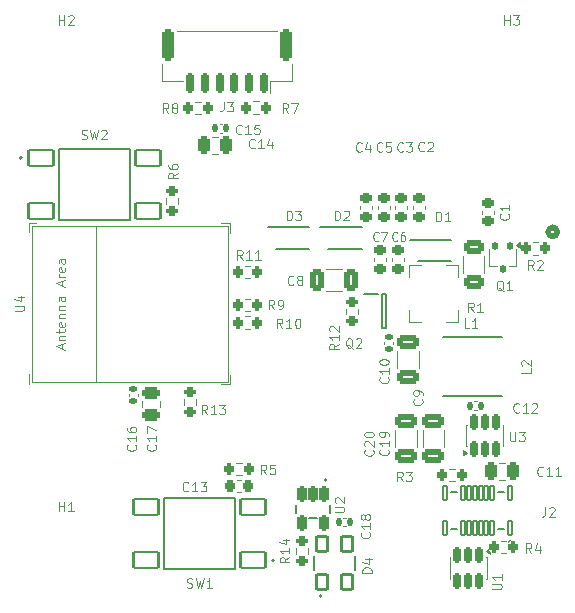
<source format=gto>
%TF.GenerationSoftware,KiCad,Pcbnew,9.0.6*%
%TF.CreationDate,2025-12-10T11:17:06+01:00*%
%TF.ProjectId,CO2Monitor,434f324d-6f6e-4697-946f-722e6b696361,rev?*%
%TF.SameCoordinates,PX83b1de0PY8351ad0*%
%TF.FileFunction,Legend,Top*%
%TF.FilePolarity,Positive*%
%FSLAX46Y46*%
G04 Gerber Fmt 4.6, Leading zero omitted, Abs format (unit mm)*
G04 Created by KiCad (PCBNEW 9.0.6) date 2025-12-10 11:17:06*
%MOMM*%
%LPD*%
G01*
G04 APERTURE LIST*
G04 Aperture macros list*
%AMRoundRect*
0 Rectangle with rounded corners*
0 $1 Rounding radius*
0 $2 $3 $4 $5 $6 $7 $8 $9 X,Y pos of 4 corners*
0 Add a 4 corners polygon primitive as box body*
4,1,4,$2,$3,$4,$5,$6,$7,$8,$9,$2,$3,0*
0 Add four circle primitives for the rounded corners*
1,1,$1+$1,$2,$3*
1,1,$1+$1,$4,$5*
1,1,$1+$1,$6,$7*
1,1,$1+$1,$8,$9*
0 Add four rect primitives between the rounded corners*
20,1,$1+$1,$2,$3,$4,$5,0*
20,1,$1+$1,$4,$5,$6,$7,0*
20,1,$1+$1,$6,$7,$8,$9,0*
20,1,$1+$1,$8,$9,$2,$3,0*%
%AMFreePoly0*
4,1,6,0.725000,-0.725000,-0.725000,-0.725000,-0.725000,0.125000,-0.125000,0.725000,0.725000,0.725000,0.725000,-0.725000,0.725000,-0.725000,$1*%
G04 Aperture macros list end*
%ADD10C,0.100000*%
%ADD11C,0.200000*%
%ADD12C,0.120000*%
%ADD13C,0.127000*%
%ADD14C,0.508000*%
%ADD15C,0.710000*%
%ADD16RoundRect,0.102000X0.150000X0.575000X-0.150000X0.575000X-0.150000X-0.575000X0.150000X-0.575000X0*%
%ADD17O,1.804000X1.304000*%
%ADD18RoundRect,0.200000X0.200000X0.275000X-0.200000X0.275000X-0.200000X-0.275000X0.200000X-0.275000X0*%
%ADD19RoundRect,0.225000X-0.250000X0.225000X-0.250000X-0.225000X0.250000X-0.225000X0.250000X0.225000X0*%
%ADD20RoundRect,0.140000X-0.140000X-0.170000X0.140000X-0.170000X0.140000X0.170000X-0.140000X0.170000X0*%
%ADD21R,1.150000X0.600000*%
%ADD22RoundRect,0.200000X-0.200000X-0.275000X0.200000X-0.275000X0.200000X0.275000X-0.200000X0.275000X0*%
%ADD23RoundRect,0.225000X0.250000X-0.225000X0.250000X0.225000X-0.250000X0.225000X-0.250000X-0.225000X0*%
%ADD24R,1.000000X1.130000*%
%ADD25R,3.600000X1.500000*%
%ADD26RoundRect,0.150000X0.150000X0.700000X-0.150000X0.700000X-0.150000X-0.700000X0.150000X-0.700000X0*%
%ADD27RoundRect,0.250000X0.250000X1.100000X-0.250000X1.100000X-0.250000X-1.100000X0.250000X-1.100000X0*%
%ADD28RoundRect,0.150000X0.150000X-0.512500X0.150000X0.512500X-0.150000X0.512500X-0.150000X-0.512500X0*%
%ADD29RoundRect,0.200000X-0.275000X0.200000X-0.275000X-0.200000X0.275000X-0.200000X0.275000X0.200000X0*%
%ADD30RoundRect,0.250000X0.250000X0.475000X-0.250000X0.475000X-0.250000X-0.475000X0.250000X-0.475000X0*%
%ADD31RoundRect,0.200000X0.275000X-0.200000X0.275000X0.200000X-0.275000X0.200000X-0.275000X-0.200000X0*%
%ADD32RoundRect,0.250000X-0.650000X0.325000X-0.650000X-0.325000X0.650000X-0.325000X0.650000X0.325000X0*%
%ADD33RoundRect,0.250000X0.475000X-0.250000X0.475000X0.250000X-0.475000X0.250000X-0.475000X-0.250000X0*%
%ADD34RoundRect,0.140000X-0.170000X0.140000X-0.170000X-0.140000X0.170000X-0.140000X0.170000X0.140000X0*%
%ADD35RoundRect,0.102000X-1.050000X-0.700000X1.050000X-0.700000X1.050000X0.700000X-1.050000X0.700000X0*%
%ADD36RoundRect,0.250000X-0.325000X-0.650000X0.325000X-0.650000X0.325000X0.650000X-0.325000X0.650000X0*%
%ADD37RoundRect,0.198500X-0.198500X0.508500X-0.198500X-0.508500X0.198500X-0.508500X0.198500X0.508500X0*%
%ADD38RoundRect,0.102000X1.050000X0.700000X-1.050000X0.700000X-1.050000X-0.700000X1.050000X-0.700000X0*%
%ADD39RoundRect,0.225000X-0.225000X-0.250000X0.225000X-0.250000X0.225000X0.250000X-0.225000X0.250000X0*%
%ADD40C,5.500000*%
%ADD41RoundRect,0.140000X0.140000X0.170000X-0.140000X0.170000X-0.140000X-0.170000X0.140000X-0.170000X0*%
%ADD42RoundRect,0.112500X0.112500X0.237500X-0.112500X0.237500X-0.112500X-0.237500X0.112500X-0.237500X0*%
%ADD43RoundRect,0.250000X-0.625000X0.312500X-0.625000X-0.312500X0.625000X-0.312500X0.625000X0.312500X0*%
%ADD44RoundRect,0.250000X-0.250000X-0.475000X0.250000X-0.475000X0.250000X0.475000X-0.250000X0.475000X0*%
%ADD45RoundRect,0.150000X-0.150000X0.512500X-0.150000X-0.512500X0.150000X-0.512500X0.150000X0.512500X0*%
%ADD46R,2.350000X4.050000*%
%ADD47R,0.400000X0.800000*%
%ADD48R,0.800000X0.400000*%
%ADD49FreePoly0,90.000000*%
%ADD50R,1.450000X1.450000*%
%ADD51R,0.700000X0.700000*%
%ADD52RoundRect,0.102000X0.450000X-0.650000X0.450000X0.650000X-0.450000X0.650000X-0.450000X-0.650000X0*%
G04 APERTURE END LIST*
D10*
X45531333Y8653105D02*
X45531333Y8081677D01*
X45531333Y8081677D02*
X45493238Y7967391D01*
X45493238Y7967391D02*
X45417047Y7891200D01*
X45417047Y7891200D02*
X45302762Y7853105D01*
X45302762Y7853105D02*
X45226571Y7853105D01*
X45874190Y8576915D02*
X45912286Y8615010D01*
X45912286Y8615010D02*
X45988476Y8653105D01*
X45988476Y8653105D02*
X46178952Y8653105D01*
X46178952Y8653105D02*
X46255143Y8615010D01*
X46255143Y8615010D02*
X46293238Y8576915D01*
X46293238Y8576915D02*
X46331333Y8500724D01*
X46331333Y8500724D02*
X46331333Y8424534D01*
X46331333Y8424534D02*
X46293238Y8310248D01*
X46293238Y8310248D02*
X45836095Y7853105D01*
X45836095Y7853105D02*
X46331333Y7853105D01*
X22584667Y25423105D02*
X22318000Y25804058D01*
X22127524Y25423105D02*
X22127524Y26223105D01*
X22127524Y26223105D02*
X22432286Y26223105D01*
X22432286Y26223105D02*
X22508476Y26185010D01*
X22508476Y26185010D02*
X22546571Y26146915D01*
X22546571Y26146915D02*
X22584667Y26070724D01*
X22584667Y26070724D02*
X22584667Y25956439D01*
X22584667Y25956439D02*
X22546571Y25880248D01*
X22546571Y25880248D02*
X22508476Y25842153D01*
X22508476Y25842153D02*
X22432286Y25804058D01*
X22432286Y25804058D02*
X22127524Y25804058D01*
X22965619Y25423105D02*
X23118000Y25423105D01*
X23118000Y25423105D02*
X23194190Y25461200D01*
X23194190Y25461200D02*
X23232286Y25499296D01*
X23232286Y25499296D02*
X23308476Y25613581D01*
X23308476Y25613581D02*
X23346571Y25765962D01*
X23346571Y25765962D02*
X23346571Y26070724D01*
X23346571Y26070724D02*
X23308476Y26146915D01*
X23308476Y26146915D02*
X23270381Y26185010D01*
X23270381Y26185010D02*
X23194190Y26223105D01*
X23194190Y26223105D02*
X23041809Y26223105D01*
X23041809Y26223105D02*
X22965619Y26185010D01*
X22965619Y26185010D02*
X22927524Y26146915D01*
X22927524Y26146915D02*
X22889428Y26070724D01*
X22889428Y26070724D02*
X22889428Y25880248D01*
X22889428Y25880248D02*
X22927524Y25804058D01*
X22927524Y25804058D02*
X22965619Y25765962D01*
X22965619Y25765962D02*
X23041809Y25727867D01*
X23041809Y25727867D02*
X23194190Y25727867D01*
X23194190Y25727867D02*
X23270381Y25765962D01*
X23270381Y25765962D02*
X23308476Y25804058D01*
X23308476Y25804058D02*
X23346571Y25880248D01*
X31748000Y38836796D02*
X31709904Y38798700D01*
X31709904Y38798700D02*
X31595619Y38760605D01*
X31595619Y38760605D02*
X31519428Y38760605D01*
X31519428Y38760605D02*
X31405142Y38798700D01*
X31405142Y38798700D02*
X31328952Y38874891D01*
X31328952Y38874891D02*
X31290857Y38951081D01*
X31290857Y38951081D02*
X31252761Y39103462D01*
X31252761Y39103462D02*
X31252761Y39217748D01*
X31252761Y39217748D02*
X31290857Y39370129D01*
X31290857Y39370129D02*
X31328952Y39446320D01*
X31328952Y39446320D02*
X31405142Y39522510D01*
X31405142Y39522510D02*
X31519428Y39560605D01*
X31519428Y39560605D02*
X31595619Y39560605D01*
X31595619Y39560605D02*
X31709904Y39522510D01*
X31709904Y39522510D02*
X31748000Y39484415D01*
X32471809Y39560605D02*
X32090857Y39560605D01*
X32090857Y39560605D02*
X32052761Y39179653D01*
X32052761Y39179653D02*
X32090857Y39217748D01*
X32090857Y39217748D02*
X32167047Y39255843D01*
X32167047Y39255843D02*
X32357523Y39255843D01*
X32357523Y39255843D02*
X32433714Y39217748D01*
X32433714Y39217748D02*
X32471809Y39179653D01*
X32471809Y39179653D02*
X32509904Y39103462D01*
X32509904Y39103462D02*
X32509904Y38912986D01*
X32509904Y38912986D02*
X32471809Y38836796D01*
X32471809Y38836796D02*
X32433714Y38798700D01*
X32433714Y38798700D02*
X32357523Y38760605D01*
X32357523Y38760605D02*
X32167047Y38760605D01*
X32167047Y38760605D02*
X32090857Y38798700D01*
X32090857Y38798700D02*
X32052761Y38836796D01*
X43346714Y16758296D02*
X43308618Y16720200D01*
X43308618Y16720200D02*
X43194333Y16682105D01*
X43194333Y16682105D02*
X43118142Y16682105D01*
X43118142Y16682105D02*
X43003856Y16720200D01*
X43003856Y16720200D02*
X42927666Y16796391D01*
X42927666Y16796391D02*
X42889571Y16872581D01*
X42889571Y16872581D02*
X42851475Y17024962D01*
X42851475Y17024962D02*
X42851475Y17139248D01*
X42851475Y17139248D02*
X42889571Y17291629D01*
X42889571Y17291629D02*
X42927666Y17367820D01*
X42927666Y17367820D02*
X43003856Y17444010D01*
X43003856Y17444010D02*
X43118142Y17482105D01*
X43118142Y17482105D02*
X43194333Y17482105D01*
X43194333Y17482105D02*
X43308618Y17444010D01*
X43308618Y17444010D02*
X43346714Y17405915D01*
X44108618Y16682105D02*
X43651475Y16682105D01*
X43880047Y16682105D02*
X43880047Y17482105D01*
X43880047Y17482105D02*
X43803856Y17367820D01*
X43803856Y17367820D02*
X43727666Y17291629D01*
X43727666Y17291629D02*
X43651475Y17253534D01*
X44413380Y17405915D02*
X44451476Y17444010D01*
X44451476Y17444010D02*
X44527666Y17482105D01*
X44527666Y17482105D02*
X44718142Y17482105D01*
X44718142Y17482105D02*
X44794333Y17444010D01*
X44794333Y17444010D02*
X44832428Y17405915D01*
X44832428Y17405915D02*
X44870523Y17329724D01*
X44870523Y17329724D02*
X44870523Y17253534D01*
X44870523Y17253534D02*
X44832428Y17139248D01*
X44832428Y17139248D02*
X44375285Y16682105D01*
X44375285Y16682105D02*
X44870523Y16682105D01*
X29254809Y22103915D02*
X29178619Y22142010D01*
X29178619Y22142010D02*
X29102428Y22218200D01*
X29102428Y22218200D02*
X28988142Y22332486D01*
X28988142Y22332486D02*
X28911952Y22370581D01*
X28911952Y22370581D02*
X28835761Y22370581D01*
X28873857Y22180105D02*
X28797666Y22218200D01*
X28797666Y22218200D02*
X28721476Y22294391D01*
X28721476Y22294391D02*
X28683380Y22446772D01*
X28683380Y22446772D02*
X28683380Y22713439D01*
X28683380Y22713439D02*
X28721476Y22865820D01*
X28721476Y22865820D02*
X28797666Y22942010D01*
X28797666Y22942010D02*
X28873857Y22980105D01*
X28873857Y22980105D02*
X29026238Y22980105D01*
X29026238Y22980105D02*
X29102428Y22942010D01*
X29102428Y22942010D02*
X29178619Y22865820D01*
X29178619Y22865820D02*
X29216714Y22713439D01*
X29216714Y22713439D02*
X29216714Y22446772D01*
X29216714Y22446772D02*
X29178619Y22294391D01*
X29178619Y22294391D02*
X29102428Y22218200D01*
X29102428Y22218200D02*
X29026238Y22180105D01*
X29026238Y22180105D02*
X28873857Y22180105D01*
X29521475Y22903915D02*
X29559571Y22942010D01*
X29559571Y22942010D02*
X29635761Y22980105D01*
X29635761Y22980105D02*
X29826237Y22980105D01*
X29826237Y22980105D02*
X29902428Y22942010D01*
X29902428Y22942010D02*
X29940523Y22903915D01*
X29940523Y22903915D02*
X29978618Y22827724D01*
X29978618Y22827724D02*
X29978618Y22751534D01*
X29978618Y22751534D02*
X29940523Y22637248D01*
X29940523Y22637248D02*
X29483380Y22180105D01*
X29483380Y22180105D02*
X29978618Y22180105D01*
X44374668Y4810604D02*
X44108001Y5191557D01*
X43917525Y4810604D02*
X43917525Y5610604D01*
X43917525Y5610604D02*
X44222287Y5610604D01*
X44222287Y5610604D02*
X44298477Y5572509D01*
X44298477Y5572509D02*
X44336572Y5534414D01*
X44336572Y5534414D02*
X44374668Y5458223D01*
X44374668Y5458223D02*
X44374668Y5343938D01*
X44374668Y5343938D02*
X44336572Y5267747D01*
X44336572Y5267747D02*
X44298477Y5229652D01*
X44298477Y5229652D02*
X44222287Y5191557D01*
X44222287Y5191557D02*
X43917525Y5191557D01*
X45060382Y5343938D02*
X45060382Y4810604D01*
X44869906Y5648699D02*
X44679429Y5077271D01*
X44679429Y5077271D02*
X45174668Y5077271D01*
X33019333Y31266296D02*
X32986000Y31228200D01*
X32986000Y31228200D02*
X32886000Y31190105D01*
X32886000Y31190105D02*
X32819333Y31190105D01*
X32819333Y31190105D02*
X32719333Y31228200D01*
X32719333Y31228200D02*
X32652667Y31304391D01*
X32652667Y31304391D02*
X32619333Y31380581D01*
X32619333Y31380581D02*
X32586000Y31532962D01*
X32586000Y31532962D02*
X32586000Y31647248D01*
X32586000Y31647248D02*
X32619333Y31799629D01*
X32619333Y31799629D02*
X32652667Y31875820D01*
X32652667Y31875820D02*
X32719333Y31952010D01*
X32719333Y31952010D02*
X32819333Y31990105D01*
X32819333Y31990105D02*
X32886000Y31990105D01*
X32886000Y31990105D02*
X32986000Y31952010D01*
X32986000Y31952010D02*
X33019333Y31913915D01*
X33619333Y31990105D02*
X33486000Y31990105D01*
X33486000Y31990105D02*
X33419333Y31952010D01*
X33419333Y31952010D02*
X33386000Y31913915D01*
X33386000Y31913915D02*
X33319333Y31799629D01*
X33319333Y31799629D02*
X33286000Y31647248D01*
X33286000Y31647248D02*
X33286000Y31342486D01*
X33286000Y31342486D02*
X33319333Y31266296D01*
X33319333Y31266296D02*
X33352667Y31228200D01*
X33352667Y31228200D02*
X33419333Y31190105D01*
X33419333Y31190105D02*
X33552667Y31190105D01*
X33552667Y31190105D02*
X33619333Y31228200D01*
X33619333Y31228200D02*
X33652667Y31266296D01*
X33652667Y31266296D02*
X33686000Y31342486D01*
X33686000Y31342486D02*
X33686000Y31532962D01*
X33686000Y31532962D02*
X33652667Y31609153D01*
X33652667Y31609153D02*
X33619333Y31647248D01*
X33619333Y31647248D02*
X33552667Y31685343D01*
X33552667Y31685343D02*
X33419333Y31685343D01*
X33419333Y31685343D02*
X33352667Y31647248D01*
X33352667Y31647248D02*
X33319333Y31609153D01*
X33319333Y31609153D02*
X33286000Y31532962D01*
X27717524Y32983105D02*
X27717524Y33783105D01*
X27717524Y33783105D02*
X27908000Y33783105D01*
X27908000Y33783105D02*
X28022286Y33745010D01*
X28022286Y33745010D02*
X28098476Y33668820D01*
X28098476Y33668820D02*
X28136571Y33592629D01*
X28136571Y33592629D02*
X28174667Y33440248D01*
X28174667Y33440248D02*
X28174667Y33325962D01*
X28174667Y33325962D02*
X28136571Y33173581D01*
X28136571Y33173581D02*
X28098476Y33097391D01*
X28098476Y33097391D02*
X28022286Y33021200D01*
X28022286Y33021200D02*
X27908000Y32983105D01*
X27908000Y32983105D02*
X27717524Y32983105D01*
X28479428Y33706915D02*
X28517524Y33745010D01*
X28517524Y33745010D02*
X28593714Y33783105D01*
X28593714Y33783105D02*
X28784190Y33783105D01*
X28784190Y33783105D02*
X28860381Y33745010D01*
X28860381Y33745010D02*
X28898476Y33706915D01*
X28898476Y33706915D02*
X28936571Y33630724D01*
X28936571Y33630724D02*
X28936571Y33554534D01*
X28936571Y33554534D02*
X28898476Y33440248D01*
X28898476Y33440248D02*
X28441333Y32983105D01*
X28441333Y32983105D02*
X28936571Y32983105D01*
X39107666Y23857105D02*
X38726714Y23857105D01*
X38726714Y23857105D02*
X38726714Y24657105D01*
X39793380Y23857105D02*
X39336237Y23857105D01*
X39564809Y23857105D02*
X39564809Y24657105D01*
X39564809Y24657105D02*
X39488618Y24542820D01*
X39488618Y24542820D02*
X39412428Y24466629D01*
X39412428Y24466629D02*
X39336237Y24428534D01*
X30656704Y6533715D02*
X30694800Y6495619D01*
X30694800Y6495619D02*
X30732895Y6381334D01*
X30732895Y6381334D02*
X30732895Y6305143D01*
X30732895Y6305143D02*
X30694800Y6190857D01*
X30694800Y6190857D02*
X30618609Y6114667D01*
X30618609Y6114667D02*
X30542419Y6076572D01*
X30542419Y6076572D02*
X30390038Y6038476D01*
X30390038Y6038476D02*
X30275752Y6038476D01*
X30275752Y6038476D02*
X30123371Y6076572D01*
X30123371Y6076572D02*
X30047180Y6114667D01*
X30047180Y6114667D02*
X29970990Y6190857D01*
X29970990Y6190857D02*
X29932895Y6305143D01*
X29932895Y6305143D02*
X29932895Y6381334D01*
X29932895Y6381334D02*
X29970990Y6495619D01*
X29970990Y6495619D02*
X30009085Y6533715D01*
X30732895Y7295619D02*
X30732895Y6838476D01*
X30732895Y7067048D02*
X29932895Y7067048D01*
X29932895Y7067048D02*
X30047180Y6990857D01*
X30047180Y6990857D02*
X30123371Y6914667D01*
X30123371Y6914667D02*
X30161466Y6838476D01*
X30275752Y7752762D02*
X30237657Y7676572D01*
X30237657Y7676572D02*
X30199561Y7638477D01*
X30199561Y7638477D02*
X30123371Y7600381D01*
X30123371Y7600381D02*
X30085276Y7600381D01*
X30085276Y7600381D02*
X30009085Y7638477D01*
X30009085Y7638477D02*
X29970990Y7676572D01*
X29970990Y7676572D02*
X29932895Y7752762D01*
X29932895Y7752762D02*
X29932895Y7905143D01*
X29932895Y7905143D02*
X29970990Y7981334D01*
X29970990Y7981334D02*
X30009085Y8019429D01*
X30009085Y8019429D02*
X30085276Y8057524D01*
X30085276Y8057524D02*
X30123371Y8057524D01*
X30123371Y8057524D02*
X30199561Y8019429D01*
X30199561Y8019429D02*
X30237657Y7981334D01*
X30237657Y7981334D02*
X30275752Y7905143D01*
X30275752Y7905143D02*
X30275752Y7752762D01*
X30275752Y7752762D02*
X30313847Y7676572D01*
X30313847Y7676572D02*
X30351942Y7638477D01*
X30351942Y7638477D02*
X30428133Y7600381D01*
X30428133Y7600381D02*
X30580514Y7600381D01*
X30580514Y7600381D02*
X30656704Y7638477D01*
X30656704Y7638477D02*
X30694800Y7676572D01*
X30694800Y7676572D02*
X30732895Y7752762D01*
X30732895Y7752762D02*
X30732895Y7905143D01*
X30732895Y7905143D02*
X30694800Y7981334D01*
X30694800Y7981334D02*
X30656704Y8019429D01*
X30656704Y8019429D02*
X30580514Y8057524D01*
X30580514Y8057524D02*
X30428133Y8057524D01*
X30428133Y8057524D02*
X30351942Y8019429D01*
X30351942Y8019429D02*
X30313847Y7981334D01*
X30313847Y7981334D02*
X30275752Y7905143D01*
X18321333Y42973105D02*
X18321333Y42401677D01*
X18321333Y42401677D02*
X18283238Y42287391D01*
X18283238Y42287391D02*
X18207047Y42211200D01*
X18207047Y42211200D02*
X18092762Y42173105D01*
X18092762Y42173105D02*
X18016571Y42173105D01*
X18626095Y42973105D02*
X19121333Y42973105D01*
X19121333Y42973105D02*
X18854667Y42668343D01*
X18854667Y42668343D02*
X18968952Y42668343D01*
X18968952Y42668343D02*
X19045143Y42630248D01*
X19045143Y42630248D02*
X19083238Y42592153D01*
X19083238Y42592153D02*
X19121333Y42515962D01*
X19121333Y42515962D02*
X19121333Y42325486D01*
X19121333Y42325486D02*
X19083238Y42249296D01*
X19083238Y42249296D02*
X19045143Y42211200D01*
X19045143Y42211200D02*
X18968952Y42173105D01*
X18968952Y42173105D02*
X18740381Y42173105D01*
X18740381Y42173105D02*
X18664190Y42211200D01*
X18664190Y42211200D02*
X18626095Y42249296D01*
X33484667Y10883105D02*
X33218000Y11264058D01*
X33027524Y10883105D02*
X33027524Y11683105D01*
X33027524Y11683105D02*
X33332286Y11683105D01*
X33332286Y11683105D02*
X33408476Y11645010D01*
X33408476Y11645010D02*
X33446571Y11606915D01*
X33446571Y11606915D02*
X33484667Y11530724D01*
X33484667Y11530724D02*
X33484667Y11416439D01*
X33484667Y11416439D02*
X33446571Y11340248D01*
X33446571Y11340248D02*
X33408476Y11302153D01*
X33408476Y11302153D02*
X33332286Y11264058D01*
X33332286Y11264058D02*
X33027524Y11264058D01*
X33751333Y11683105D02*
X34246571Y11683105D01*
X34246571Y11683105D02*
X33979905Y11378343D01*
X33979905Y11378343D02*
X34094190Y11378343D01*
X34094190Y11378343D02*
X34170381Y11340248D01*
X34170381Y11340248D02*
X34208476Y11302153D01*
X34208476Y11302153D02*
X34246571Y11225962D01*
X34246571Y11225962D02*
X34246571Y11035486D01*
X34246571Y11035486D02*
X34208476Y10959296D01*
X34208476Y10959296D02*
X34170381Y10921200D01*
X34170381Y10921200D02*
X34094190Y10883105D01*
X34094190Y10883105D02*
X33865619Y10883105D01*
X33865619Y10883105D02*
X33789428Y10921200D01*
X33789428Y10921200D02*
X33751333Y10959296D01*
X31431333Y31266296D02*
X31398000Y31228200D01*
X31398000Y31228200D02*
X31298000Y31190105D01*
X31298000Y31190105D02*
X31231333Y31190105D01*
X31231333Y31190105D02*
X31131333Y31228200D01*
X31131333Y31228200D02*
X31064667Y31304391D01*
X31064667Y31304391D02*
X31031333Y31380581D01*
X31031333Y31380581D02*
X30998000Y31532962D01*
X30998000Y31532962D02*
X30998000Y31647248D01*
X30998000Y31647248D02*
X31031333Y31799629D01*
X31031333Y31799629D02*
X31064667Y31875820D01*
X31064667Y31875820D02*
X31131333Y31952010D01*
X31131333Y31952010D02*
X31231333Y31990105D01*
X31231333Y31990105D02*
X31298000Y31990105D01*
X31298000Y31990105D02*
X31398000Y31952010D01*
X31398000Y31952010D02*
X31431333Y31913915D01*
X31664667Y31990105D02*
X32131333Y31990105D01*
X32131333Y31990105D02*
X31831333Y31190105D01*
X42558476Y15063105D02*
X42558476Y14415486D01*
X42558476Y14415486D02*
X42596571Y14339296D01*
X42596571Y14339296D02*
X42634666Y14301200D01*
X42634666Y14301200D02*
X42710857Y14263105D01*
X42710857Y14263105D02*
X42863238Y14263105D01*
X42863238Y14263105D02*
X42939428Y14301200D01*
X42939428Y14301200D02*
X42977523Y14339296D01*
X42977523Y14339296D02*
X43015619Y14415486D01*
X43015619Y14415486D02*
X43015619Y15063105D01*
X43320380Y15063105D02*
X43815618Y15063105D01*
X43815618Y15063105D02*
X43548952Y14758343D01*
X43548952Y14758343D02*
X43663237Y14758343D01*
X43663237Y14758343D02*
X43739428Y14720248D01*
X43739428Y14720248D02*
X43777523Y14682153D01*
X43777523Y14682153D02*
X43815618Y14605962D01*
X43815618Y14605962D02*
X43815618Y14415486D01*
X43815618Y14415486D02*
X43777523Y14339296D01*
X43777523Y14339296D02*
X43739428Y14301200D01*
X43739428Y14301200D02*
X43663237Y14263105D01*
X43663237Y14263105D02*
X43434666Y14263105D01*
X43434666Y14263105D02*
X43358475Y14301200D01*
X43358475Y14301200D02*
X43320380Y14339296D01*
X13634667Y42053105D02*
X13368000Y42434058D01*
X13177524Y42053105D02*
X13177524Y42853105D01*
X13177524Y42853105D02*
X13482286Y42853105D01*
X13482286Y42853105D02*
X13558476Y42815010D01*
X13558476Y42815010D02*
X13596571Y42776915D01*
X13596571Y42776915D02*
X13634667Y42700724D01*
X13634667Y42700724D02*
X13634667Y42586439D01*
X13634667Y42586439D02*
X13596571Y42510248D01*
X13596571Y42510248D02*
X13558476Y42472153D01*
X13558476Y42472153D02*
X13482286Y42434058D01*
X13482286Y42434058D02*
X13177524Y42434058D01*
X14091809Y42510248D02*
X14015619Y42548343D01*
X14015619Y42548343D02*
X13977524Y42586439D01*
X13977524Y42586439D02*
X13939428Y42662629D01*
X13939428Y42662629D02*
X13939428Y42700724D01*
X13939428Y42700724D02*
X13977524Y42776915D01*
X13977524Y42776915D02*
X14015619Y42815010D01*
X14015619Y42815010D02*
X14091809Y42853105D01*
X14091809Y42853105D02*
X14244190Y42853105D01*
X14244190Y42853105D02*
X14320381Y42815010D01*
X14320381Y42815010D02*
X14358476Y42776915D01*
X14358476Y42776915D02*
X14396571Y42700724D01*
X14396571Y42700724D02*
X14396571Y42662629D01*
X14396571Y42662629D02*
X14358476Y42586439D01*
X14358476Y42586439D02*
X14320381Y42548343D01*
X14320381Y42548343D02*
X14244190Y42510248D01*
X14244190Y42510248D02*
X14091809Y42510248D01*
X14091809Y42510248D02*
X14015619Y42472153D01*
X14015619Y42472153D02*
X13977524Y42434058D01*
X13977524Y42434058D02*
X13939428Y42357867D01*
X13939428Y42357867D02*
X13939428Y42205486D01*
X13939428Y42205486D02*
X13977524Y42129296D01*
X13977524Y42129296D02*
X14015619Y42091200D01*
X14015619Y42091200D02*
X14091809Y42053105D01*
X14091809Y42053105D02*
X14244190Y42053105D01*
X14244190Y42053105D02*
X14320381Y42091200D01*
X14320381Y42091200D02*
X14358476Y42129296D01*
X14358476Y42129296D02*
X14396571Y42205486D01*
X14396571Y42205486D02*
X14396571Y42357867D01*
X14396571Y42357867D02*
X14358476Y42434058D01*
X14358476Y42434058D02*
X14320381Y42472153D01*
X14320381Y42472153D02*
X14244190Y42510248D01*
X44574667Y28783105D02*
X44308000Y29164058D01*
X44117524Y28783105D02*
X44117524Y29583105D01*
X44117524Y29583105D02*
X44422286Y29583105D01*
X44422286Y29583105D02*
X44498476Y29545010D01*
X44498476Y29545010D02*
X44536571Y29506915D01*
X44536571Y29506915D02*
X44574667Y29430724D01*
X44574667Y29430724D02*
X44574667Y29316439D01*
X44574667Y29316439D02*
X44536571Y29240248D01*
X44536571Y29240248D02*
X44498476Y29202153D01*
X44498476Y29202153D02*
X44422286Y29164058D01*
X44422286Y29164058D02*
X44117524Y29164058D01*
X44879428Y29506915D02*
X44917524Y29545010D01*
X44917524Y29545010D02*
X44993714Y29583105D01*
X44993714Y29583105D02*
X45184190Y29583105D01*
X45184190Y29583105D02*
X45260381Y29545010D01*
X45260381Y29545010D02*
X45298476Y29506915D01*
X45298476Y29506915D02*
X45336571Y29430724D01*
X45336571Y29430724D02*
X45336571Y29354534D01*
X45336571Y29354534D02*
X45298476Y29240248D01*
X45298476Y29240248D02*
X44841333Y28783105D01*
X44841333Y28783105D02*
X45336571Y28783105D01*
X16923714Y16553105D02*
X16657047Y16934058D01*
X16466571Y16553105D02*
X16466571Y17353105D01*
X16466571Y17353105D02*
X16771333Y17353105D01*
X16771333Y17353105D02*
X16847523Y17315010D01*
X16847523Y17315010D02*
X16885618Y17276915D01*
X16885618Y17276915D02*
X16923714Y17200724D01*
X16923714Y17200724D02*
X16923714Y17086439D01*
X16923714Y17086439D02*
X16885618Y17010248D01*
X16885618Y17010248D02*
X16847523Y16972153D01*
X16847523Y16972153D02*
X16771333Y16934058D01*
X16771333Y16934058D02*
X16466571Y16934058D01*
X17685618Y16553105D02*
X17228475Y16553105D01*
X17457047Y16553105D02*
X17457047Y17353105D01*
X17457047Y17353105D02*
X17380856Y17238820D01*
X17380856Y17238820D02*
X17304666Y17162629D01*
X17304666Y17162629D02*
X17228475Y17124534D01*
X17952285Y17353105D02*
X18447523Y17353105D01*
X18447523Y17353105D02*
X18180857Y17048343D01*
X18180857Y17048343D02*
X18295142Y17048343D01*
X18295142Y17048343D02*
X18371333Y17010248D01*
X18371333Y17010248D02*
X18409428Y16972153D01*
X18409428Y16972153D02*
X18447523Y16895962D01*
X18447523Y16895962D02*
X18447523Y16705486D01*
X18447523Y16705486D02*
X18409428Y16629296D01*
X18409428Y16629296D02*
X18371333Y16591200D01*
X18371333Y16591200D02*
X18295142Y16553105D01*
X18295142Y16553105D02*
X18066571Y16553105D01*
X18066571Y16553105D02*
X17990380Y16591200D01*
X17990380Y16591200D02*
X17952285Y16629296D01*
X20933714Y39119296D02*
X20895618Y39081200D01*
X20895618Y39081200D02*
X20781333Y39043105D01*
X20781333Y39043105D02*
X20705142Y39043105D01*
X20705142Y39043105D02*
X20590856Y39081200D01*
X20590856Y39081200D02*
X20514666Y39157391D01*
X20514666Y39157391D02*
X20476571Y39233581D01*
X20476571Y39233581D02*
X20438475Y39385962D01*
X20438475Y39385962D02*
X20438475Y39500248D01*
X20438475Y39500248D02*
X20476571Y39652629D01*
X20476571Y39652629D02*
X20514666Y39728820D01*
X20514666Y39728820D02*
X20590856Y39805010D01*
X20590856Y39805010D02*
X20705142Y39843105D01*
X20705142Y39843105D02*
X20781333Y39843105D01*
X20781333Y39843105D02*
X20895618Y39805010D01*
X20895618Y39805010D02*
X20933714Y39766915D01*
X21695618Y39043105D02*
X21238475Y39043105D01*
X21467047Y39043105D02*
X21467047Y39843105D01*
X21467047Y39843105D02*
X21390856Y39728820D01*
X21390856Y39728820D02*
X21314666Y39652629D01*
X21314666Y39652629D02*
X21238475Y39614534D01*
X22381333Y39576439D02*
X22381333Y39043105D01*
X22190857Y39881200D02*
X22000380Y39309772D01*
X22000380Y39309772D02*
X22495619Y39309772D01*
X28055895Y22506715D02*
X27674942Y22240048D01*
X28055895Y22049572D02*
X27255895Y22049572D01*
X27255895Y22049572D02*
X27255895Y22354334D01*
X27255895Y22354334D02*
X27293990Y22430524D01*
X27293990Y22430524D02*
X27332085Y22468619D01*
X27332085Y22468619D02*
X27408276Y22506715D01*
X27408276Y22506715D02*
X27522561Y22506715D01*
X27522561Y22506715D02*
X27598752Y22468619D01*
X27598752Y22468619D02*
X27636847Y22430524D01*
X27636847Y22430524D02*
X27674942Y22354334D01*
X27674942Y22354334D02*
X27674942Y22049572D01*
X28055895Y23268619D02*
X28055895Y22811476D01*
X28055895Y23040048D02*
X27255895Y23040048D01*
X27255895Y23040048D02*
X27370180Y22963857D01*
X27370180Y22963857D02*
X27446371Y22887667D01*
X27446371Y22887667D02*
X27484466Y22811476D01*
X27332085Y23573381D02*
X27293990Y23611477D01*
X27293990Y23611477D02*
X27255895Y23687667D01*
X27255895Y23687667D02*
X27255895Y23878143D01*
X27255895Y23878143D02*
X27293990Y23954334D01*
X27293990Y23954334D02*
X27332085Y23992429D01*
X27332085Y23992429D02*
X27408276Y24030524D01*
X27408276Y24030524D02*
X27484466Y24030524D01*
X27484466Y24030524D02*
X27598752Y23992429D01*
X27598752Y23992429D02*
X28055895Y23535286D01*
X28055895Y23535286D02*
X28055895Y24030524D01*
X30946704Y13523715D02*
X30984800Y13485619D01*
X30984800Y13485619D02*
X31022895Y13371334D01*
X31022895Y13371334D02*
X31022895Y13295143D01*
X31022895Y13295143D02*
X30984800Y13180857D01*
X30984800Y13180857D02*
X30908609Y13104667D01*
X30908609Y13104667D02*
X30832419Y13066572D01*
X30832419Y13066572D02*
X30680038Y13028476D01*
X30680038Y13028476D02*
X30565752Y13028476D01*
X30565752Y13028476D02*
X30413371Y13066572D01*
X30413371Y13066572D02*
X30337180Y13104667D01*
X30337180Y13104667D02*
X30260990Y13180857D01*
X30260990Y13180857D02*
X30222895Y13295143D01*
X30222895Y13295143D02*
X30222895Y13371334D01*
X30222895Y13371334D02*
X30260990Y13485619D01*
X30260990Y13485619D02*
X30299085Y13523715D01*
X30299085Y13828476D02*
X30260990Y13866572D01*
X30260990Y13866572D02*
X30222895Y13942762D01*
X30222895Y13942762D02*
X30222895Y14133238D01*
X30222895Y14133238D02*
X30260990Y14209429D01*
X30260990Y14209429D02*
X30299085Y14247524D01*
X30299085Y14247524D02*
X30375276Y14285619D01*
X30375276Y14285619D02*
X30451466Y14285619D01*
X30451466Y14285619D02*
X30565752Y14247524D01*
X30565752Y14247524D02*
X31022895Y13790381D01*
X31022895Y13790381D02*
X31022895Y14285619D01*
X30222895Y14780858D02*
X30222895Y14857048D01*
X30222895Y14857048D02*
X30260990Y14933239D01*
X30260990Y14933239D02*
X30299085Y14971334D01*
X30299085Y14971334D02*
X30375276Y15009429D01*
X30375276Y15009429D02*
X30527657Y15047524D01*
X30527657Y15047524D02*
X30718133Y15047524D01*
X30718133Y15047524D02*
X30870514Y15009429D01*
X30870514Y15009429D02*
X30946704Y14971334D01*
X30946704Y14971334D02*
X30984800Y14933239D01*
X30984800Y14933239D02*
X31022895Y14857048D01*
X31022895Y14857048D02*
X31022895Y14780858D01*
X31022895Y14780858D02*
X30984800Y14704667D01*
X30984800Y14704667D02*
X30946704Y14666572D01*
X30946704Y14666572D02*
X30870514Y14628477D01*
X30870514Y14628477D02*
X30718133Y14590381D01*
X30718133Y14590381D02*
X30527657Y14590381D01*
X30527657Y14590381D02*
X30375276Y14628477D01*
X30375276Y14628477D02*
X30299085Y14666572D01*
X30299085Y14666572D02*
X30260990Y14704667D01*
X30260990Y14704667D02*
X30222895Y14780858D01*
X33511334Y38836796D02*
X33473238Y38798700D01*
X33473238Y38798700D02*
X33358953Y38760605D01*
X33358953Y38760605D02*
X33282762Y38760605D01*
X33282762Y38760605D02*
X33168476Y38798700D01*
X33168476Y38798700D02*
X33092286Y38874891D01*
X33092286Y38874891D02*
X33054191Y38951081D01*
X33054191Y38951081D02*
X33016095Y39103462D01*
X33016095Y39103462D02*
X33016095Y39217748D01*
X33016095Y39217748D02*
X33054191Y39370129D01*
X33054191Y39370129D02*
X33092286Y39446320D01*
X33092286Y39446320D02*
X33168476Y39522510D01*
X33168476Y39522510D02*
X33282762Y39560605D01*
X33282762Y39560605D02*
X33358953Y39560605D01*
X33358953Y39560605D02*
X33473238Y39522510D01*
X33473238Y39522510D02*
X33511334Y39484415D01*
X33778000Y39560605D02*
X34273238Y39560605D01*
X34273238Y39560605D02*
X34006572Y39255843D01*
X34006572Y39255843D02*
X34120857Y39255843D01*
X34120857Y39255843D02*
X34197048Y39217748D01*
X34197048Y39217748D02*
X34235143Y39179653D01*
X34235143Y39179653D02*
X34273238Y39103462D01*
X34273238Y39103462D02*
X34273238Y38912986D01*
X34273238Y38912986D02*
X34235143Y38836796D01*
X34235143Y38836796D02*
X34197048Y38798700D01*
X34197048Y38798700D02*
X34120857Y38760605D01*
X34120857Y38760605D02*
X33892286Y38760605D01*
X33892286Y38760605D02*
X33816095Y38798700D01*
X33816095Y38798700D02*
X33778000Y38836796D01*
X23872895Y4448715D02*
X23491942Y4182048D01*
X23872895Y3991572D02*
X23072895Y3991572D01*
X23072895Y3991572D02*
X23072895Y4296334D01*
X23072895Y4296334D02*
X23110990Y4372524D01*
X23110990Y4372524D02*
X23149085Y4410619D01*
X23149085Y4410619D02*
X23225276Y4448715D01*
X23225276Y4448715D02*
X23339561Y4448715D01*
X23339561Y4448715D02*
X23415752Y4410619D01*
X23415752Y4410619D02*
X23453847Y4372524D01*
X23453847Y4372524D02*
X23491942Y4296334D01*
X23491942Y4296334D02*
X23491942Y3991572D01*
X23872895Y5210619D02*
X23872895Y4753476D01*
X23872895Y4982048D02*
X23072895Y4982048D01*
X23072895Y4982048D02*
X23187180Y4905857D01*
X23187180Y4905857D02*
X23263371Y4829667D01*
X23263371Y4829667D02*
X23301466Y4753476D01*
X23339561Y5896334D02*
X23872895Y5896334D01*
X23034800Y5705858D02*
X23606228Y5515381D01*
X23606228Y5515381D02*
X23606228Y6010620D01*
X23667524Y32983105D02*
X23667524Y33783105D01*
X23667524Y33783105D02*
X23858000Y33783105D01*
X23858000Y33783105D02*
X23972286Y33745010D01*
X23972286Y33745010D02*
X24048476Y33668820D01*
X24048476Y33668820D02*
X24086571Y33592629D01*
X24086571Y33592629D02*
X24124667Y33440248D01*
X24124667Y33440248D02*
X24124667Y33325962D01*
X24124667Y33325962D02*
X24086571Y33173581D01*
X24086571Y33173581D02*
X24048476Y33097391D01*
X24048476Y33097391D02*
X23972286Y33021200D01*
X23972286Y33021200D02*
X23858000Y32983105D01*
X23858000Y32983105D02*
X23667524Y32983105D01*
X24391333Y33783105D02*
X24886571Y33783105D01*
X24886571Y33783105D02*
X24619905Y33478343D01*
X24619905Y33478343D02*
X24734190Y33478343D01*
X24734190Y33478343D02*
X24810381Y33440248D01*
X24810381Y33440248D02*
X24848476Y33402153D01*
X24848476Y33402153D02*
X24886571Y33325962D01*
X24886571Y33325962D02*
X24886571Y33135486D01*
X24886571Y33135486D02*
X24848476Y33059296D01*
X24848476Y33059296D02*
X24810381Y33021200D01*
X24810381Y33021200D02*
X24734190Y32983105D01*
X24734190Y32983105D02*
X24505619Y32983105D01*
X24505619Y32983105D02*
X24429428Y33021200D01*
X24429428Y33021200D02*
X24391333Y33059296D01*
X10836704Y13963715D02*
X10874800Y13925619D01*
X10874800Y13925619D02*
X10912895Y13811334D01*
X10912895Y13811334D02*
X10912895Y13735143D01*
X10912895Y13735143D02*
X10874800Y13620857D01*
X10874800Y13620857D02*
X10798609Y13544667D01*
X10798609Y13544667D02*
X10722419Y13506572D01*
X10722419Y13506572D02*
X10570038Y13468476D01*
X10570038Y13468476D02*
X10455752Y13468476D01*
X10455752Y13468476D02*
X10303371Y13506572D01*
X10303371Y13506572D02*
X10227180Y13544667D01*
X10227180Y13544667D02*
X10150990Y13620857D01*
X10150990Y13620857D02*
X10112895Y13735143D01*
X10112895Y13735143D02*
X10112895Y13811334D01*
X10112895Y13811334D02*
X10150990Y13925619D01*
X10150990Y13925619D02*
X10189085Y13963715D01*
X10912895Y14725619D02*
X10912895Y14268476D01*
X10912895Y14497048D02*
X10112895Y14497048D01*
X10112895Y14497048D02*
X10227180Y14420857D01*
X10227180Y14420857D02*
X10303371Y14344667D01*
X10303371Y14344667D02*
X10341466Y14268476D01*
X10112895Y15411334D02*
X10112895Y15258953D01*
X10112895Y15258953D02*
X10150990Y15182762D01*
X10150990Y15182762D02*
X10189085Y15144667D01*
X10189085Y15144667D02*
X10303371Y15068477D01*
X10303371Y15068477D02*
X10455752Y15030381D01*
X10455752Y15030381D02*
X10760514Y15030381D01*
X10760514Y15030381D02*
X10836704Y15068477D01*
X10836704Y15068477D02*
X10874800Y15106572D01*
X10874800Y15106572D02*
X10912895Y15182762D01*
X10912895Y15182762D02*
X10912895Y15335143D01*
X10912895Y15335143D02*
X10874800Y15411334D01*
X10874800Y15411334D02*
X10836704Y15449429D01*
X10836704Y15449429D02*
X10760514Y15487524D01*
X10760514Y15487524D02*
X10570038Y15487524D01*
X10570038Y15487524D02*
X10493847Y15449429D01*
X10493847Y15449429D02*
X10455752Y15411334D01*
X10455752Y15411334D02*
X10417657Y15335143D01*
X10417657Y15335143D02*
X10417657Y15182762D01*
X10417657Y15182762D02*
X10455752Y15106572D01*
X10455752Y15106572D02*
X10493847Y15068477D01*
X10493847Y15068477D02*
X10570038Y15030381D01*
X35274667Y38869296D02*
X35236571Y38831200D01*
X35236571Y38831200D02*
X35122286Y38793105D01*
X35122286Y38793105D02*
X35046095Y38793105D01*
X35046095Y38793105D02*
X34931809Y38831200D01*
X34931809Y38831200D02*
X34855619Y38907391D01*
X34855619Y38907391D02*
X34817524Y38983581D01*
X34817524Y38983581D02*
X34779428Y39135962D01*
X34779428Y39135962D02*
X34779428Y39250248D01*
X34779428Y39250248D02*
X34817524Y39402629D01*
X34817524Y39402629D02*
X34855619Y39478820D01*
X34855619Y39478820D02*
X34931809Y39555010D01*
X34931809Y39555010D02*
X35046095Y39593105D01*
X35046095Y39593105D02*
X35122286Y39593105D01*
X35122286Y39593105D02*
X35236571Y39555010D01*
X35236571Y39555010D02*
X35274667Y39516915D01*
X35579428Y39516915D02*
X35617524Y39555010D01*
X35617524Y39555010D02*
X35693714Y39593105D01*
X35693714Y39593105D02*
X35884190Y39593105D01*
X35884190Y39593105D02*
X35960381Y39555010D01*
X35960381Y39555010D02*
X35998476Y39516915D01*
X35998476Y39516915D02*
X36036571Y39440724D01*
X36036571Y39440724D02*
X36036571Y39364534D01*
X36036571Y39364534D02*
X35998476Y39250248D01*
X35998476Y39250248D02*
X35541333Y38793105D01*
X35541333Y38793105D02*
X36036571Y38793105D01*
X32226704Y19673715D02*
X32264800Y19635619D01*
X32264800Y19635619D02*
X32302895Y19521334D01*
X32302895Y19521334D02*
X32302895Y19445143D01*
X32302895Y19445143D02*
X32264800Y19330857D01*
X32264800Y19330857D02*
X32188609Y19254667D01*
X32188609Y19254667D02*
X32112419Y19216572D01*
X32112419Y19216572D02*
X31960038Y19178476D01*
X31960038Y19178476D02*
X31845752Y19178476D01*
X31845752Y19178476D02*
X31693371Y19216572D01*
X31693371Y19216572D02*
X31617180Y19254667D01*
X31617180Y19254667D02*
X31540990Y19330857D01*
X31540990Y19330857D02*
X31502895Y19445143D01*
X31502895Y19445143D02*
X31502895Y19521334D01*
X31502895Y19521334D02*
X31540990Y19635619D01*
X31540990Y19635619D02*
X31579085Y19673715D01*
X32302895Y20435619D02*
X32302895Y19978476D01*
X32302895Y20207048D02*
X31502895Y20207048D01*
X31502895Y20207048D02*
X31617180Y20130857D01*
X31617180Y20130857D02*
X31693371Y20054667D01*
X31693371Y20054667D02*
X31731466Y19978476D01*
X31502895Y20930858D02*
X31502895Y21007048D01*
X31502895Y21007048D02*
X31540990Y21083239D01*
X31540990Y21083239D02*
X31579085Y21121334D01*
X31579085Y21121334D02*
X31655276Y21159429D01*
X31655276Y21159429D02*
X31807657Y21197524D01*
X31807657Y21197524D02*
X31998133Y21197524D01*
X31998133Y21197524D02*
X32150514Y21159429D01*
X32150514Y21159429D02*
X32226704Y21121334D01*
X32226704Y21121334D02*
X32264800Y21083239D01*
X32264800Y21083239D02*
X32302895Y21007048D01*
X32302895Y21007048D02*
X32302895Y20930858D01*
X32302895Y20930858D02*
X32264800Y20854667D01*
X32264800Y20854667D02*
X32226704Y20816572D01*
X32226704Y20816572D02*
X32150514Y20778477D01*
X32150514Y20778477D02*
X31998133Y20740381D01*
X31998133Y20740381D02*
X31807657Y20740381D01*
X31807657Y20740381D02*
X31655276Y20778477D01*
X31655276Y20778477D02*
X31579085Y20816572D01*
X31579085Y20816572D02*
X31540990Y20854667D01*
X31540990Y20854667D02*
X31502895Y20930858D01*
X6283832Y39866200D02*
X6398118Y39828105D01*
X6398118Y39828105D02*
X6588594Y39828105D01*
X6588594Y39828105D02*
X6664785Y39866200D01*
X6664785Y39866200D02*
X6702880Y39904296D01*
X6702880Y39904296D02*
X6740975Y39980486D01*
X6740975Y39980486D02*
X6740975Y40056677D01*
X6740975Y40056677D02*
X6702880Y40132867D01*
X6702880Y40132867D02*
X6664785Y40170962D01*
X6664785Y40170962D02*
X6588594Y40209058D01*
X6588594Y40209058D02*
X6436213Y40247153D01*
X6436213Y40247153D02*
X6360023Y40285248D01*
X6360023Y40285248D02*
X6321928Y40323343D01*
X6321928Y40323343D02*
X6283832Y40399534D01*
X6283832Y40399534D02*
X6283832Y40475724D01*
X6283832Y40475724D02*
X6321928Y40551915D01*
X6321928Y40551915D02*
X6360023Y40590010D01*
X6360023Y40590010D02*
X6436213Y40628105D01*
X6436213Y40628105D02*
X6626690Y40628105D01*
X6626690Y40628105D02*
X6740975Y40590010D01*
X7007642Y40628105D02*
X7198118Y39828105D01*
X7198118Y39828105D02*
X7350499Y40399534D01*
X7350499Y40399534D02*
X7502880Y39828105D01*
X7502880Y39828105D02*
X7693357Y40628105D01*
X7960023Y40551915D02*
X7998119Y40590010D01*
X7998119Y40590010D02*
X8074309Y40628105D01*
X8074309Y40628105D02*
X8264785Y40628105D01*
X8264785Y40628105D02*
X8340976Y40590010D01*
X8340976Y40590010D02*
X8379071Y40551915D01*
X8379071Y40551915D02*
X8417166Y40475724D01*
X8417166Y40475724D02*
X8417166Y40399534D01*
X8417166Y40399534D02*
X8379071Y40285248D01*
X8379071Y40285248D02*
X7921928Y39828105D01*
X7921928Y39828105D02*
X8417166Y39828105D01*
X24224667Y27559296D02*
X24186571Y27521200D01*
X24186571Y27521200D02*
X24072286Y27483105D01*
X24072286Y27483105D02*
X23996095Y27483105D01*
X23996095Y27483105D02*
X23881809Y27521200D01*
X23881809Y27521200D02*
X23805619Y27597391D01*
X23805619Y27597391D02*
X23767524Y27673581D01*
X23767524Y27673581D02*
X23729428Y27825962D01*
X23729428Y27825962D02*
X23729428Y27940248D01*
X23729428Y27940248D02*
X23767524Y28092629D01*
X23767524Y28092629D02*
X23805619Y28168820D01*
X23805619Y28168820D02*
X23881809Y28245010D01*
X23881809Y28245010D02*
X23996095Y28283105D01*
X23996095Y28283105D02*
X24072286Y28283105D01*
X24072286Y28283105D02*
X24186571Y28245010D01*
X24186571Y28245010D02*
X24224667Y28206915D01*
X24681809Y27940248D02*
X24605619Y27978343D01*
X24605619Y27978343D02*
X24567524Y28016439D01*
X24567524Y28016439D02*
X24529428Y28092629D01*
X24529428Y28092629D02*
X24529428Y28130724D01*
X24529428Y28130724D02*
X24567524Y28206915D01*
X24567524Y28206915D02*
X24605619Y28245010D01*
X24605619Y28245010D02*
X24681809Y28283105D01*
X24681809Y28283105D02*
X24834190Y28283105D01*
X24834190Y28283105D02*
X24910381Y28245010D01*
X24910381Y28245010D02*
X24948476Y28206915D01*
X24948476Y28206915D02*
X24986571Y28130724D01*
X24986571Y28130724D02*
X24986571Y28092629D01*
X24986571Y28092629D02*
X24948476Y28016439D01*
X24948476Y28016439D02*
X24910381Y27978343D01*
X24910381Y27978343D02*
X24834190Y27940248D01*
X24834190Y27940248D02*
X24681809Y27940248D01*
X24681809Y27940248D02*
X24605619Y27902153D01*
X24605619Y27902153D02*
X24567524Y27864058D01*
X24567524Y27864058D02*
X24529428Y27787867D01*
X24529428Y27787867D02*
X24529428Y27635486D01*
X24529428Y27635486D02*
X24567524Y27559296D01*
X24567524Y27559296D02*
X24605619Y27521200D01*
X24605619Y27521200D02*
X24681809Y27483105D01*
X24681809Y27483105D02*
X24834190Y27483105D01*
X24834190Y27483105D02*
X24910381Y27521200D01*
X24910381Y27521200D02*
X24948476Y27559296D01*
X24948476Y27559296D02*
X24986571Y27635486D01*
X24986571Y27635486D02*
X24986571Y27787867D01*
X24986571Y27787867D02*
X24948476Y27864058D01*
X24948476Y27864058D02*
X24910381Y27902153D01*
X24910381Y27902153D02*
X24834190Y27940248D01*
X32226704Y13553715D02*
X32264800Y13515619D01*
X32264800Y13515619D02*
X32302895Y13401334D01*
X32302895Y13401334D02*
X32302895Y13325143D01*
X32302895Y13325143D02*
X32264800Y13210857D01*
X32264800Y13210857D02*
X32188609Y13134667D01*
X32188609Y13134667D02*
X32112419Y13096572D01*
X32112419Y13096572D02*
X31960038Y13058476D01*
X31960038Y13058476D02*
X31845752Y13058476D01*
X31845752Y13058476D02*
X31693371Y13096572D01*
X31693371Y13096572D02*
X31617180Y13134667D01*
X31617180Y13134667D02*
X31540990Y13210857D01*
X31540990Y13210857D02*
X31502895Y13325143D01*
X31502895Y13325143D02*
X31502895Y13401334D01*
X31502895Y13401334D02*
X31540990Y13515619D01*
X31540990Y13515619D02*
X31579085Y13553715D01*
X32302895Y14315619D02*
X32302895Y13858476D01*
X32302895Y14087048D02*
X31502895Y14087048D01*
X31502895Y14087048D02*
X31617180Y14010857D01*
X31617180Y14010857D02*
X31693371Y13934667D01*
X31693371Y13934667D02*
X31731466Y13858476D01*
X32302895Y14696572D02*
X32302895Y14848953D01*
X32302895Y14848953D02*
X32264800Y14925143D01*
X32264800Y14925143D02*
X32226704Y14963239D01*
X32226704Y14963239D02*
X32112419Y15039429D01*
X32112419Y15039429D02*
X31960038Y15077524D01*
X31960038Y15077524D02*
X31655276Y15077524D01*
X31655276Y15077524D02*
X31579085Y15039429D01*
X31579085Y15039429D02*
X31540990Y15001334D01*
X31540990Y15001334D02*
X31502895Y14925143D01*
X31502895Y14925143D02*
X31502895Y14772762D01*
X31502895Y14772762D02*
X31540990Y14696572D01*
X31540990Y14696572D02*
X31579085Y14658477D01*
X31579085Y14658477D02*
X31655276Y14620381D01*
X31655276Y14620381D02*
X31845752Y14620381D01*
X31845752Y14620381D02*
X31921942Y14658477D01*
X31921942Y14658477D02*
X31960038Y14696572D01*
X31960038Y14696572D02*
X31998133Y14772762D01*
X31998133Y14772762D02*
X31998133Y14925143D01*
X31998133Y14925143D02*
X31960038Y15001334D01*
X31960038Y15001334D02*
X31921942Y15039429D01*
X31921942Y15039429D02*
X31845752Y15077524D01*
X27722895Y8258477D02*
X28370514Y8258477D01*
X28370514Y8258477D02*
X28446704Y8296572D01*
X28446704Y8296572D02*
X28484800Y8334667D01*
X28484800Y8334667D02*
X28522895Y8410858D01*
X28522895Y8410858D02*
X28522895Y8563239D01*
X28522895Y8563239D02*
X28484800Y8639429D01*
X28484800Y8639429D02*
X28446704Y8677524D01*
X28446704Y8677524D02*
X28370514Y8715620D01*
X28370514Y8715620D02*
X27722895Y8715620D01*
X27799085Y9058476D02*
X27760990Y9096572D01*
X27760990Y9096572D02*
X27722895Y9172762D01*
X27722895Y9172762D02*
X27722895Y9363238D01*
X27722895Y9363238D02*
X27760990Y9439429D01*
X27760990Y9439429D02*
X27799085Y9477524D01*
X27799085Y9477524D02*
X27875276Y9515619D01*
X27875276Y9515619D02*
X27951466Y9515619D01*
X27951466Y9515619D02*
X28065752Y9477524D01*
X28065752Y9477524D02*
X28522895Y9020381D01*
X28522895Y9020381D02*
X28522895Y9515619D01*
X15206332Y1886200D02*
X15320618Y1848105D01*
X15320618Y1848105D02*
X15511094Y1848105D01*
X15511094Y1848105D02*
X15587285Y1886200D01*
X15587285Y1886200D02*
X15625380Y1924296D01*
X15625380Y1924296D02*
X15663475Y2000486D01*
X15663475Y2000486D02*
X15663475Y2076677D01*
X15663475Y2076677D02*
X15625380Y2152867D01*
X15625380Y2152867D02*
X15587285Y2190962D01*
X15587285Y2190962D02*
X15511094Y2229058D01*
X15511094Y2229058D02*
X15358713Y2267153D01*
X15358713Y2267153D02*
X15282523Y2305248D01*
X15282523Y2305248D02*
X15244428Y2343343D01*
X15244428Y2343343D02*
X15206332Y2419534D01*
X15206332Y2419534D02*
X15206332Y2495724D01*
X15206332Y2495724D02*
X15244428Y2571915D01*
X15244428Y2571915D02*
X15282523Y2610010D01*
X15282523Y2610010D02*
X15358713Y2648105D01*
X15358713Y2648105D02*
X15549190Y2648105D01*
X15549190Y2648105D02*
X15663475Y2610010D01*
X15930142Y2648105D02*
X16120618Y1848105D01*
X16120618Y1848105D02*
X16272999Y2419534D01*
X16272999Y2419534D02*
X16425380Y1848105D01*
X16425380Y1848105D02*
X16615857Y2648105D01*
X17339666Y1848105D02*
X16882523Y1848105D01*
X17111095Y1848105D02*
X17111095Y2648105D01*
X17111095Y2648105D02*
X17034904Y2533820D01*
X17034904Y2533820D02*
X16958714Y2457629D01*
X16958714Y2457629D02*
X16882523Y2419534D01*
X15323714Y10079296D02*
X15285618Y10041200D01*
X15285618Y10041200D02*
X15171333Y10003105D01*
X15171333Y10003105D02*
X15095142Y10003105D01*
X15095142Y10003105D02*
X14980856Y10041200D01*
X14980856Y10041200D02*
X14904666Y10117391D01*
X14904666Y10117391D02*
X14866571Y10193581D01*
X14866571Y10193581D02*
X14828475Y10345962D01*
X14828475Y10345962D02*
X14828475Y10460248D01*
X14828475Y10460248D02*
X14866571Y10612629D01*
X14866571Y10612629D02*
X14904666Y10688820D01*
X14904666Y10688820D02*
X14980856Y10765010D01*
X14980856Y10765010D02*
X15095142Y10803105D01*
X15095142Y10803105D02*
X15171333Y10803105D01*
X15171333Y10803105D02*
X15285618Y10765010D01*
X15285618Y10765010D02*
X15323714Y10726915D01*
X16085618Y10003105D02*
X15628475Y10003105D01*
X15857047Y10003105D02*
X15857047Y10803105D01*
X15857047Y10803105D02*
X15780856Y10688820D01*
X15780856Y10688820D02*
X15704666Y10612629D01*
X15704666Y10612629D02*
X15628475Y10574534D01*
X16352285Y10803105D02*
X16847523Y10803105D01*
X16847523Y10803105D02*
X16580857Y10498343D01*
X16580857Y10498343D02*
X16695142Y10498343D01*
X16695142Y10498343D02*
X16771333Y10460248D01*
X16771333Y10460248D02*
X16809428Y10422153D01*
X16809428Y10422153D02*
X16847523Y10345962D01*
X16847523Y10345962D02*
X16847523Y10155486D01*
X16847523Y10155486D02*
X16809428Y10079296D01*
X16809428Y10079296D02*
X16771333Y10041200D01*
X16771333Y10041200D02*
X16695142Y10003105D01*
X16695142Y10003105D02*
X16466571Y10003105D01*
X16466571Y10003105D02*
X16390380Y10041200D01*
X16390380Y10041200D02*
X16352285Y10079296D01*
X19913714Y29633105D02*
X19647047Y30014058D01*
X19456571Y29633105D02*
X19456571Y30433105D01*
X19456571Y30433105D02*
X19761333Y30433105D01*
X19761333Y30433105D02*
X19837523Y30395010D01*
X19837523Y30395010D02*
X19875618Y30356915D01*
X19875618Y30356915D02*
X19913714Y30280724D01*
X19913714Y30280724D02*
X19913714Y30166439D01*
X19913714Y30166439D02*
X19875618Y30090248D01*
X19875618Y30090248D02*
X19837523Y30052153D01*
X19837523Y30052153D02*
X19761333Y30014058D01*
X19761333Y30014058D02*
X19456571Y30014058D01*
X20675618Y29633105D02*
X20218475Y29633105D01*
X20447047Y29633105D02*
X20447047Y30433105D01*
X20447047Y30433105D02*
X20370856Y30318820D01*
X20370856Y30318820D02*
X20294666Y30242629D01*
X20294666Y30242629D02*
X20218475Y30204534D01*
X21437523Y29633105D02*
X20980380Y29633105D01*
X21208952Y29633105D02*
X21208952Y30433105D01*
X21208952Y30433105D02*
X21132761Y30318820D01*
X21132761Y30318820D02*
X21056571Y30242629D01*
X21056571Y30242629D02*
X20980380Y30204534D01*
X42078476Y49520105D02*
X42078476Y50320105D01*
X42078476Y49939153D02*
X42535619Y49939153D01*
X42535619Y49520105D02*
X42535619Y50320105D01*
X42840380Y50320105D02*
X43335618Y50320105D01*
X43335618Y50320105D02*
X43068952Y50015343D01*
X43068952Y50015343D02*
X43183237Y50015343D01*
X43183237Y50015343D02*
X43259428Y49977248D01*
X43259428Y49977248D02*
X43297523Y49939153D01*
X43297523Y49939153D02*
X43335618Y49862962D01*
X43335618Y49862962D02*
X43335618Y49672486D01*
X43335618Y49672486D02*
X43297523Y49596296D01*
X43297523Y49596296D02*
X43259428Y49558200D01*
X43259428Y49558200D02*
X43183237Y49520105D01*
X43183237Y49520105D02*
X42954666Y49520105D01*
X42954666Y49520105D02*
X42878475Y49558200D01*
X42878475Y49558200D02*
X42840380Y49596296D01*
X19855714Y40325296D02*
X19817618Y40287200D01*
X19817618Y40287200D02*
X19703333Y40249105D01*
X19703333Y40249105D02*
X19627142Y40249105D01*
X19627142Y40249105D02*
X19512856Y40287200D01*
X19512856Y40287200D02*
X19436666Y40363391D01*
X19436666Y40363391D02*
X19398571Y40439581D01*
X19398571Y40439581D02*
X19360475Y40591962D01*
X19360475Y40591962D02*
X19360475Y40706248D01*
X19360475Y40706248D02*
X19398571Y40858629D01*
X19398571Y40858629D02*
X19436666Y40934820D01*
X19436666Y40934820D02*
X19512856Y41011010D01*
X19512856Y41011010D02*
X19627142Y41049105D01*
X19627142Y41049105D02*
X19703333Y41049105D01*
X19703333Y41049105D02*
X19817618Y41011010D01*
X19817618Y41011010D02*
X19855714Y40972915D01*
X20617618Y40249105D02*
X20160475Y40249105D01*
X20389047Y40249105D02*
X20389047Y41049105D01*
X20389047Y41049105D02*
X20312856Y40934820D01*
X20312856Y40934820D02*
X20236666Y40858629D01*
X20236666Y40858629D02*
X20160475Y40820534D01*
X21341428Y41049105D02*
X20960476Y41049105D01*
X20960476Y41049105D02*
X20922380Y40668153D01*
X20922380Y40668153D02*
X20960476Y40706248D01*
X20960476Y40706248D02*
X21036666Y40744343D01*
X21036666Y40744343D02*
X21227142Y40744343D01*
X21227142Y40744343D02*
X21303333Y40706248D01*
X21303333Y40706248D02*
X21341428Y40668153D01*
X21341428Y40668153D02*
X21379523Y40591962D01*
X21379523Y40591962D02*
X21379523Y40401486D01*
X21379523Y40401486D02*
X21341428Y40325296D01*
X21341428Y40325296D02*
X21303333Y40287200D01*
X21303333Y40287200D02*
X21227142Y40249105D01*
X21227142Y40249105D02*
X21036666Y40249105D01*
X21036666Y40249105D02*
X20960476Y40287200D01*
X20960476Y40287200D02*
X20922380Y40325296D01*
X42006809Y26969415D02*
X41930619Y27007510D01*
X41930619Y27007510D02*
X41854428Y27083700D01*
X41854428Y27083700D02*
X41740142Y27197986D01*
X41740142Y27197986D02*
X41663952Y27236081D01*
X41663952Y27236081D02*
X41587761Y27236081D01*
X41625857Y27045605D02*
X41549666Y27083700D01*
X41549666Y27083700D02*
X41473476Y27159891D01*
X41473476Y27159891D02*
X41435380Y27312272D01*
X41435380Y27312272D02*
X41435380Y27578939D01*
X41435380Y27578939D02*
X41473476Y27731320D01*
X41473476Y27731320D02*
X41549666Y27807510D01*
X41549666Y27807510D02*
X41625857Y27845605D01*
X41625857Y27845605D02*
X41778238Y27845605D01*
X41778238Y27845605D02*
X41854428Y27807510D01*
X41854428Y27807510D02*
X41930619Y27731320D01*
X41930619Y27731320D02*
X41968714Y27578939D01*
X41968714Y27578939D02*
X41968714Y27312272D01*
X41968714Y27312272D02*
X41930619Y27159891D01*
X41930619Y27159891D02*
X41854428Y27083700D01*
X41854428Y27083700D02*
X41778238Y27045605D01*
X41778238Y27045605D02*
X41625857Y27045605D01*
X42730618Y27045605D02*
X42273475Y27045605D01*
X42502047Y27045605D02*
X42502047Y27845605D01*
X42502047Y27845605D02*
X42425856Y27731320D01*
X42425856Y27731320D02*
X42349666Y27655129D01*
X42349666Y27655129D02*
X42273475Y27617034D01*
X39465667Y25200105D02*
X39199000Y25581058D01*
X39008524Y25200105D02*
X39008524Y26000105D01*
X39008524Y26000105D02*
X39313286Y26000105D01*
X39313286Y26000105D02*
X39389476Y25962010D01*
X39389476Y25962010D02*
X39427571Y25923915D01*
X39427571Y25923915D02*
X39465667Y25847724D01*
X39465667Y25847724D02*
X39465667Y25733439D01*
X39465667Y25733439D02*
X39427571Y25657248D01*
X39427571Y25657248D02*
X39389476Y25619153D01*
X39389476Y25619153D02*
X39313286Y25581058D01*
X39313286Y25581058D02*
X39008524Y25581058D01*
X40227571Y25200105D02*
X39770428Y25200105D01*
X39999000Y25200105D02*
X39999000Y26000105D01*
X39999000Y26000105D02*
X39922809Y25885820D01*
X39922809Y25885820D02*
X39846619Y25809629D01*
X39846619Y25809629D02*
X39770428Y25771534D01*
X14422895Y36984668D02*
X14041942Y36718001D01*
X14422895Y36527525D02*
X13622895Y36527525D01*
X13622895Y36527525D02*
X13622895Y36832287D01*
X13622895Y36832287D02*
X13660990Y36908477D01*
X13660990Y36908477D02*
X13699085Y36946572D01*
X13699085Y36946572D02*
X13775276Y36984668D01*
X13775276Y36984668D02*
X13889561Y36984668D01*
X13889561Y36984668D02*
X13965752Y36946572D01*
X13965752Y36946572D02*
X14003847Y36908477D01*
X14003847Y36908477D02*
X14041942Y36832287D01*
X14041942Y36832287D02*
X14041942Y36527525D01*
X13622895Y37670382D02*
X13622895Y37518001D01*
X13622895Y37518001D02*
X13660990Y37441810D01*
X13660990Y37441810D02*
X13699085Y37403715D01*
X13699085Y37403715D02*
X13813371Y37327525D01*
X13813371Y37327525D02*
X13965752Y37289429D01*
X13965752Y37289429D02*
X14270514Y37289429D01*
X14270514Y37289429D02*
X14346704Y37327525D01*
X14346704Y37327525D02*
X14384800Y37365620D01*
X14384800Y37365620D02*
X14422895Y37441810D01*
X14422895Y37441810D02*
X14422895Y37594191D01*
X14422895Y37594191D02*
X14384800Y37670382D01*
X14384800Y37670382D02*
X14346704Y37708477D01*
X14346704Y37708477D02*
X14270514Y37746572D01*
X14270514Y37746572D02*
X14080038Y37746572D01*
X14080038Y37746572D02*
X14003847Y37708477D01*
X14003847Y37708477D02*
X13965752Y37670382D01*
X13965752Y37670382D02*
X13927657Y37594191D01*
X13927657Y37594191D02*
X13927657Y37441810D01*
X13927657Y37441810D02*
X13965752Y37365620D01*
X13965752Y37365620D02*
X14003847Y37327525D01*
X14003847Y37327525D02*
X14080038Y37289429D01*
X45343714Y11389296D02*
X45305618Y11351200D01*
X45305618Y11351200D02*
X45191333Y11313105D01*
X45191333Y11313105D02*
X45115142Y11313105D01*
X45115142Y11313105D02*
X45000856Y11351200D01*
X45000856Y11351200D02*
X44924666Y11427391D01*
X44924666Y11427391D02*
X44886571Y11503581D01*
X44886571Y11503581D02*
X44848475Y11655962D01*
X44848475Y11655962D02*
X44848475Y11770248D01*
X44848475Y11770248D02*
X44886571Y11922629D01*
X44886571Y11922629D02*
X44924666Y11998820D01*
X44924666Y11998820D02*
X45000856Y12075010D01*
X45000856Y12075010D02*
X45115142Y12113105D01*
X45115142Y12113105D02*
X45191333Y12113105D01*
X45191333Y12113105D02*
X45305618Y12075010D01*
X45305618Y12075010D02*
X45343714Y12036915D01*
X46105618Y11313105D02*
X45648475Y11313105D01*
X45877047Y11313105D02*
X45877047Y12113105D01*
X45877047Y12113105D02*
X45800856Y11998820D01*
X45800856Y11998820D02*
X45724666Y11922629D01*
X45724666Y11922629D02*
X45648475Y11884534D01*
X46867523Y11313105D02*
X46410380Y11313105D01*
X46638952Y11313105D02*
X46638952Y12113105D01*
X46638952Y12113105D02*
X46562761Y11998820D01*
X46562761Y11998820D02*
X46486571Y11922629D01*
X46486571Y11922629D02*
X46410380Y11884534D01*
X41042895Y1728477D02*
X41690514Y1728477D01*
X41690514Y1728477D02*
X41766704Y1766572D01*
X41766704Y1766572D02*
X41804800Y1804667D01*
X41804800Y1804667D02*
X41842895Y1880858D01*
X41842895Y1880858D02*
X41842895Y2033239D01*
X41842895Y2033239D02*
X41804800Y2109429D01*
X41804800Y2109429D02*
X41766704Y2147524D01*
X41766704Y2147524D02*
X41690514Y2185620D01*
X41690514Y2185620D02*
X41042895Y2185620D01*
X41842895Y2985619D02*
X41842895Y2528476D01*
X41842895Y2757048D02*
X41042895Y2757048D01*
X41042895Y2757048D02*
X41157180Y2680857D01*
X41157180Y2680857D02*
X41233371Y2604667D01*
X41233371Y2604667D02*
X41271466Y2528476D01*
X44321895Y20433667D02*
X44321895Y20052715D01*
X44321895Y20052715D02*
X43521895Y20052715D01*
X43598085Y20662238D02*
X43559990Y20700334D01*
X43559990Y20700334D02*
X43521895Y20776524D01*
X43521895Y20776524D02*
X43521895Y20967000D01*
X43521895Y20967000D02*
X43559990Y21043191D01*
X43559990Y21043191D02*
X43598085Y21081286D01*
X43598085Y21081286D02*
X43674276Y21119381D01*
X43674276Y21119381D02*
X43750466Y21119381D01*
X43750466Y21119381D02*
X43864752Y21081286D01*
X43864752Y21081286D02*
X44321895Y20624143D01*
X44321895Y20624143D02*
X44321895Y21119381D01*
X29984667Y38836796D02*
X29946571Y38798700D01*
X29946571Y38798700D02*
X29832286Y38760605D01*
X29832286Y38760605D02*
X29756095Y38760605D01*
X29756095Y38760605D02*
X29641809Y38798700D01*
X29641809Y38798700D02*
X29565619Y38874891D01*
X29565619Y38874891D02*
X29527524Y38951081D01*
X29527524Y38951081D02*
X29489428Y39103462D01*
X29489428Y39103462D02*
X29489428Y39217748D01*
X29489428Y39217748D02*
X29527524Y39370129D01*
X29527524Y39370129D02*
X29565619Y39446320D01*
X29565619Y39446320D02*
X29641809Y39522510D01*
X29641809Y39522510D02*
X29756095Y39560605D01*
X29756095Y39560605D02*
X29832286Y39560605D01*
X29832286Y39560605D02*
X29946571Y39522510D01*
X29946571Y39522510D02*
X29984667Y39484415D01*
X30670381Y39293939D02*
X30670381Y38760605D01*
X30479905Y39598700D02*
X30289428Y39027272D01*
X30289428Y39027272D02*
X30784667Y39027272D01*
X36297524Y32883105D02*
X36297524Y33683105D01*
X36297524Y33683105D02*
X36488000Y33683105D01*
X36488000Y33683105D02*
X36602286Y33645010D01*
X36602286Y33645010D02*
X36678476Y33568820D01*
X36678476Y33568820D02*
X36716571Y33492629D01*
X36716571Y33492629D02*
X36754667Y33340248D01*
X36754667Y33340248D02*
X36754667Y33225962D01*
X36754667Y33225962D02*
X36716571Y33073581D01*
X36716571Y33073581D02*
X36678476Y32997391D01*
X36678476Y32997391D02*
X36602286Y32921200D01*
X36602286Y32921200D02*
X36488000Y32883105D01*
X36488000Y32883105D02*
X36297524Y32883105D01*
X37516571Y32883105D02*
X37059428Y32883105D01*
X37288000Y32883105D02*
X37288000Y33683105D01*
X37288000Y33683105D02*
X37211809Y33568820D01*
X37211809Y33568820D02*
X37135619Y33492629D01*
X37135619Y33492629D02*
X37059428Y33454534D01*
X12516704Y13963715D02*
X12554800Y13925619D01*
X12554800Y13925619D02*
X12592895Y13811334D01*
X12592895Y13811334D02*
X12592895Y13735143D01*
X12592895Y13735143D02*
X12554800Y13620857D01*
X12554800Y13620857D02*
X12478609Y13544667D01*
X12478609Y13544667D02*
X12402419Y13506572D01*
X12402419Y13506572D02*
X12250038Y13468476D01*
X12250038Y13468476D02*
X12135752Y13468476D01*
X12135752Y13468476D02*
X11983371Y13506572D01*
X11983371Y13506572D02*
X11907180Y13544667D01*
X11907180Y13544667D02*
X11830990Y13620857D01*
X11830990Y13620857D02*
X11792895Y13735143D01*
X11792895Y13735143D02*
X11792895Y13811334D01*
X11792895Y13811334D02*
X11830990Y13925619D01*
X11830990Y13925619D02*
X11869085Y13963715D01*
X12592895Y14725619D02*
X12592895Y14268476D01*
X12592895Y14497048D02*
X11792895Y14497048D01*
X11792895Y14497048D02*
X11907180Y14420857D01*
X11907180Y14420857D02*
X11983371Y14344667D01*
X11983371Y14344667D02*
X12021466Y14268476D01*
X11792895Y14992286D02*
X11792895Y15525620D01*
X11792895Y15525620D02*
X12592895Y15182762D01*
X4365476Y49520105D02*
X4365476Y50320105D01*
X4365476Y49939153D02*
X4822619Y49939153D01*
X4822619Y49520105D02*
X4822619Y50320105D01*
X5165475Y50243915D02*
X5203571Y50282010D01*
X5203571Y50282010D02*
X5279761Y50320105D01*
X5279761Y50320105D02*
X5470237Y50320105D01*
X5470237Y50320105D02*
X5546428Y50282010D01*
X5546428Y50282010D02*
X5584523Y50243915D01*
X5584523Y50243915D02*
X5622618Y50167724D01*
X5622618Y50167724D02*
X5622618Y50091534D01*
X5622618Y50091534D02*
X5584523Y49977248D01*
X5584523Y49977248D02*
X5127380Y49520105D01*
X5127380Y49520105D02*
X5622618Y49520105D01*
X35073704Y17815668D02*
X35111800Y17777572D01*
X35111800Y17777572D02*
X35149895Y17663287D01*
X35149895Y17663287D02*
X35149895Y17587096D01*
X35149895Y17587096D02*
X35111800Y17472810D01*
X35111800Y17472810D02*
X35035609Y17396620D01*
X35035609Y17396620D02*
X34959419Y17358525D01*
X34959419Y17358525D02*
X34807038Y17320429D01*
X34807038Y17320429D02*
X34692752Y17320429D01*
X34692752Y17320429D02*
X34540371Y17358525D01*
X34540371Y17358525D02*
X34464180Y17396620D01*
X34464180Y17396620D02*
X34387990Y17472810D01*
X34387990Y17472810D02*
X34349895Y17587096D01*
X34349895Y17587096D02*
X34349895Y17663287D01*
X34349895Y17663287D02*
X34387990Y17777572D01*
X34387990Y17777572D02*
X34426085Y17815668D01*
X35149895Y18196620D02*
X35149895Y18349001D01*
X35149895Y18349001D02*
X35111800Y18425191D01*
X35111800Y18425191D02*
X35073704Y18463287D01*
X35073704Y18463287D02*
X34959419Y18539477D01*
X34959419Y18539477D02*
X34807038Y18577572D01*
X34807038Y18577572D02*
X34502276Y18577572D01*
X34502276Y18577572D02*
X34426085Y18539477D01*
X34426085Y18539477D02*
X34387990Y18501382D01*
X34387990Y18501382D02*
X34349895Y18425191D01*
X34349895Y18425191D02*
X34349895Y18272810D01*
X34349895Y18272810D02*
X34387990Y18196620D01*
X34387990Y18196620D02*
X34426085Y18158525D01*
X34426085Y18158525D02*
X34502276Y18120429D01*
X34502276Y18120429D02*
X34692752Y18120429D01*
X34692752Y18120429D02*
X34768942Y18158525D01*
X34768942Y18158525D02*
X34807038Y18196620D01*
X34807038Y18196620D02*
X34845133Y18272810D01*
X34845133Y18272810D02*
X34845133Y18425191D01*
X34845133Y18425191D02*
X34807038Y18501382D01*
X34807038Y18501382D02*
X34768942Y18539477D01*
X34768942Y18539477D02*
X34692752Y18577572D01*
X42401704Y33502168D02*
X42439800Y33464072D01*
X42439800Y33464072D02*
X42477895Y33349787D01*
X42477895Y33349787D02*
X42477895Y33273596D01*
X42477895Y33273596D02*
X42439800Y33159310D01*
X42439800Y33159310D02*
X42363609Y33083120D01*
X42363609Y33083120D02*
X42287419Y33045025D01*
X42287419Y33045025D02*
X42135038Y33006929D01*
X42135038Y33006929D02*
X42020752Y33006929D01*
X42020752Y33006929D02*
X41868371Y33045025D01*
X41868371Y33045025D02*
X41792180Y33083120D01*
X41792180Y33083120D02*
X41715990Y33159310D01*
X41715990Y33159310D02*
X41677895Y33273596D01*
X41677895Y33273596D02*
X41677895Y33349787D01*
X41677895Y33349787D02*
X41715990Y33464072D01*
X41715990Y33464072D02*
X41754085Y33502168D01*
X42477895Y34264072D02*
X42477895Y33806929D01*
X42477895Y34035501D02*
X41677895Y34035501D01*
X41677895Y34035501D02*
X41792180Y33959310D01*
X41792180Y33959310D02*
X41868371Y33883120D01*
X41868371Y33883120D02*
X41906466Y33806929D01*
X21934667Y11463105D02*
X21668000Y11844058D01*
X21477524Y11463105D02*
X21477524Y12263105D01*
X21477524Y12263105D02*
X21782286Y12263105D01*
X21782286Y12263105D02*
X21858476Y12225010D01*
X21858476Y12225010D02*
X21896571Y12186915D01*
X21896571Y12186915D02*
X21934667Y12110724D01*
X21934667Y12110724D02*
X21934667Y11996439D01*
X21934667Y11996439D02*
X21896571Y11920248D01*
X21896571Y11920248D02*
X21858476Y11882153D01*
X21858476Y11882153D02*
X21782286Y11844058D01*
X21782286Y11844058D02*
X21477524Y11844058D01*
X22658476Y12263105D02*
X22277524Y12263105D01*
X22277524Y12263105D02*
X22239428Y11882153D01*
X22239428Y11882153D02*
X22277524Y11920248D01*
X22277524Y11920248D02*
X22353714Y11958343D01*
X22353714Y11958343D02*
X22544190Y11958343D01*
X22544190Y11958343D02*
X22620381Y11920248D01*
X22620381Y11920248D02*
X22658476Y11882153D01*
X22658476Y11882153D02*
X22696571Y11805962D01*
X22696571Y11805962D02*
X22696571Y11615486D01*
X22696571Y11615486D02*
X22658476Y11539296D01*
X22658476Y11539296D02*
X22620381Y11501200D01*
X22620381Y11501200D02*
X22544190Y11463105D01*
X22544190Y11463105D02*
X22353714Y11463105D01*
X22353714Y11463105D02*
X22277524Y11501200D01*
X22277524Y11501200D02*
X22239428Y11539296D01*
X4365476Y8310105D02*
X4365476Y9110105D01*
X4365476Y8729153D02*
X4822619Y8729153D01*
X4822619Y8310105D02*
X4822619Y9110105D01*
X5622618Y8310105D02*
X5165475Y8310105D01*
X5394047Y8310105D02*
X5394047Y9110105D01*
X5394047Y9110105D02*
X5317856Y8995820D01*
X5317856Y8995820D02*
X5241666Y8919629D01*
X5241666Y8919629D02*
X5165475Y8881534D01*
X623895Y25289477D02*
X1271514Y25289477D01*
X1271514Y25289477D02*
X1347704Y25327572D01*
X1347704Y25327572D02*
X1385800Y25365667D01*
X1385800Y25365667D02*
X1423895Y25441858D01*
X1423895Y25441858D02*
X1423895Y25594239D01*
X1423895Y25594239D02*
X1385800Y25670429D01*
X1385800Y25670429D02*
X1347704Y25708524D01*
X1347704Y25708524D02*
X1271514Y25746620D01*
X1271514Y25746620D02*
X623895Y25746620D01*
X890561Y26470429D02*
X1423895Y26470429D01*
X585800Y26279953D02*
X1157228Y26089476D01*
X1157228Y26089476D02*
X1157228Y26584715D01*
X4649323Y22088476D02*
X4649323Y22469429D01*
X4877895Y22012286D02*
X4077895Y22278953D01*
X4077895Y22278953D02*
X4877895Y22545619D01*
X4344561Y22812286D02*
X4877895Y22812286D01*
X4420752Y22812286D02*
X4382657Y22850381D01*
X4382657Y22850381D02*
X4344561Y22926571D01*
X4344561Y22926571D02*
X4344561Y23040857D01*
X4344561Y23040857D02*
X4382657Y23117048D01*
X4382657Y23117048D02*
X4458847Y23155143D01*
X4458847Y23155143D02*
X4877895Y23155143D01*
X4344561Y23421810D02*
X4344561Y23726572D01*
X4077895Y23536096D02*
X4763609Y23536096D01*
X4763609Y23536096D02*
X4839800Y23574191D01*
X4839800Y23574191D02*
X4877895Y23650381D01*
X4877895Y23650381D02*
X4877895Y23726572D01*
X4839800Y24298001D02*
X4877895Y24221810D01*
X4877895Y24221810D02*
X4877895Y24069429D01*
X4877895Y24069429D02*
X4839800Y23993239D01*
X4839800Y23993239D02*
X4763609Y23955143D01*
X4763609Y23955143D02*
X4458847Y23955143D01*
X4458847Y23955143D02*
X4382657Y23993239D01*
X4382657Y23993239D02*
X4344561Y24069429D01*
X4344561Y24069429D02*
X4344561Y24221810D01*
X4344561Y24221810D02*
X4382657Y24298001D01*
X4382657Y24298001D02*
X4458847Y24336096D01*
X4458847Y24336096D02*
X4535038Y24336096D01*
X4535038Y24336096D02*
X4611228Y23955143D01*
X4344561Y24678953D02*
X4877895Y24678953D01*
X4420752Y24678953D02*
X4382657Y24717048D01*
X4382657Y24717048D02*
X4344561Y24793238D01*
X4344561Y24793238D02*
X4344561Y24907524D01*
X4344561Y24907524D02*
X4382657Y24983715D01*
X4382657Y24983715D02*
X4458847Y25021810D01*
X4458847Y25021810D02*
X4877895Y25021810D01*
X4344561Y25402763D02*
X4877895Y25402763D01*
X4420752Y25402763D02*
X4382657Y25440858D01*
X4382657Y25440858D02*
X4344561Y25517048D01*
X4344561Y25517048D02*
X4344561Y25631334D01*
X4344561Y25631334D02*
X4382657Y25707525D01*
X4382657Y25707525D02*
X4458847Y25745620D01*
X4458847Y25745620D02*
X4877895Y25745620D01*
X4877895Y26469430D02*
X4458847Y26469430D01*
X4458847Y26469430D02*
X4382657Y26431335D01*
X4382657Y26431335D02*
X4344561Y26355144D01*
X4344561Y26355144D02*
X4344561Y26202763D01*
X4344561Y26202763D02*
X4382657Y26126573D01*
X4839800Y26469430D02*
X4877895Y26393239D01*
X4877895Y26393239D02*
X4877895Y26202763D01*
X4877895Y26202763D02*
X4839800Y26126573D01*
X4839800Y26126573D02*
X4763609Y26088477D01*
X4763609Y26088477D02*
X4687419Y26088477D01*
X4687419Y26088477D02*
X4611228Y26126573D01*
X4611228Y26126573D02*
X4573133Y26202763D01*
X4573133Y26202763D02*
X4573133Y26393239D01*
X4573133Y26393239D02*
X4535038Y26469430D01*
X4649323Y27421811D02*
X4649323Y27802764D01*
X4877895Y27345621D02*
X4077895Y27612288D01*
X4077895Y27612288D02*
X4877895Y27878954D01*
X4877895Y28145621D02*
X4344561Y28145621D01*
X4496942Y28145621D02*
X4420752Y28183716D01*
X4420752Y28183716D02*
X4382657Y28221811D01*
X4382657Y28221811D02*
X4344561Y28298002D01*
X4344561Y28298002D02*
X4344561Y28374192D01*
X4839800Y28945621D02*
X4877895Y28869430D01*
X4877895Y28869430D02*
X4877895Y28717049D01*
X4877895Y28717049D02*
X4839800Y28640859D01*
X4839800Y28640859D02*
X4763609Y28602763D01*
X4763609Y28602763D02*
X4458847Y28602763D01*
X4458847Y28602763D02*
X4382657Y28640859D01*
X4382657Y28640859D02*
X4344561Y28717049D01*
X4344561Y28717049D02*
X4344561Y28869430D01*
X4344561Y28869430D02*
X4382657Y28945621D01*
X4382657Y28945621D02*
X4458847Y28983716D01*
X4458847Y28983716D02*
X4535038Y28983716D01*
X4535038Y28983716D02*
X4611228Y28602763D01*
X4877895Y29669430D02*
X4458847Y29669430D01*
X4458847Y29669430D02*
X4382657Y29631335D01*
X4382657Y29631335D02*
X4344561Y29555144D01*
X4344561Y29555144D02*
X4344561Y29402763D01*
X4344561Y29402763D02*
X4382657Y29326573D01*
X4839800Y29669430D02*
X4877895Y29593239D01*
X4877895Y29593239D02*
X4877895Y29402763D01*
X4877895Y29402763D02*
X4839800Y29326573D01*
X4839800Y29326573D02*
X4763609Y29288477D01*
X4763609Y29288477D02*
X4687419Y29288477D01*
X4687419Y29288477D02*
X4611228Y29326573D01*
X4611228Y29326573D02*
X4573133Y29402763D01*
X4573133Y29402763D02*
X4573133Y29593239D01*
X4573133Y29593239D02*
X4535038Y29669430D01*
X23293714Y23843105D02*
X23027047Y24224058D01*
X22836571Y23843105D02*
X22836571Y24643105D01*
X22836571Y24643105D02*
X23141333Y24643105D01*
X23141333Y24643105D02*
X23217523Y24605010D01*
X23217523Y24605010D02*
X23255618Y24566915D01*
X23255618Y24566915D02*
X23293714Y24490724D01*
X23293714Y24490724D02*
X23293714Y24376439D01*
X23293714Y24376439D02*
X23255618Y24300248D01*
X23255618Y24300248D02*
X23217523Y24262153D01*
X23217523Y24262153D02*
X23141333Y24224058D01*
X23141333Y24224058D02*
X22836571Y24224058D01*
X24055618Y23843105D02*
X23598475Y23843105D01*
X23827047Y23843105D02*
X23827047Y24643105D01*
X23827047Y24643105D02*
X23750856Y24528820D01*
X23750856Y24528820D02*
X23674666Y24452629D01*
X23674666Y24452629D02*
X23598475Y24414534D01*
X24550857Y24643105D02*
X24627047Y24643105D01*
X24627047Y24643105D02*
X24703238Y24605010D01*
X24703238Y24605010D02*
X24741333Y24566915D01*
X24741333Y24566915D02*
X24779428Y24490724D01*
X24779428Y24490724D02*
X24817523Y24338343D01*
X24817523Y24338343D02*
X24817523Y24147867D01*
X24817523Y24147867D02*
X24779428Y23995486D01*
X24779428Y23995486D02*
X24741333Y23919296D01*
X24741333Y23919296D02*
X24703238Y23881200D01*
X24703238Y23881200D02*
X24627047Y23843105D01*
X24627047Y23843105D02*
X24550857Y23843105D01*
X24550857Y23843105D02*
X24474666Y23881200D01*
X24474666Y23881200D02*
X24436571Y23919296D01*
X24436571Y23919296D02*
X24398476Y23995486D01*
X24398476Y23995486D02*
X24360380Y24147867D01*
X24360380Y24147867D02*
X24360380Y24338343D01*
X24360380Y24338343D02*
X24398476Y24490724D01*
X24398476Y24490724D02*
X24436571Y24566915D01*
X24436571Y24566915D02*
X24474666Y24605010D01*
X24474666Y24605010D02*
X24550857Y24643105D01*
X30842895Y3107525D02*
X30042895Y3107525D01*
X30042895Y3107525D02*
X30042895Y3298001D01*
X30042895Y3298001D02*
X30080990Y3412287D01*
X30080990Y3412287D02*
X30157180Y3488477D01*
X30157180Y3488477D02*
X30233371Y3526572D01*
X30233371Y3526572D02*
X30385752Y3564668D01*
X30385752Y3564668D02*
X30500038Y3564668D01*
X30500038Y3564668D02*
X30652419Y3526572D01*
X30652419Y3526572D02*
X30728609Y3488477D01*
X30728609Y3488477D02*
X30804800Y3412287D01*
X30804800Y3412287D02*
X30842895Y3298001D01*
X30842895Y3298001D02*
X30842895Y3107525D01*
X30309561Y4250382D02*
X30842895Y4250382D01*
X30004800Y4059906D02*
X30576228Y3869429D01*
X30576228Y3869429D02*
X30576228Y4364668D01*
X23774667Y42063105D02*
X23508000Y42444058D01*
X23317524Y42063105D02*
X23317524Y42863105D01*
X23317524Y42863105D02*
X23622286Y42863105D01*
X23622286Y42863105D02*
X23698476Y42825010D01*
X23698476Y42825010D02*
X23736571Y42786915D01*
X23736571Y42786915D02*
X23774667Y42710724D01*
X23774667Y42710724D02*
X23774667Y42596439D01*
X23774667Y42596439D02*
X23736571Y42520248D01*
X23736571Y42520248D02*
X23698476Y42482153D01*
X23698476Y42482153D02*
X23622286Y42444058D01*
X23622286Y42444058D02*
X23317524Y42444058D01*
X24041333Y42863105D02*
X24574667Y42863105D01*
X24574667Y42863105D02*
X24231809Y42063105D01*
D11*
%TO.C,J2*%
X38088001Y9955499D02*
X37528001Y9955499D01*
X38088001Y6795499D02*
X37528001Y6795499D01*
X42088001Y9955499D02*
X41528001Y9955499D01*
X42088001Y6795499D02*
X41528001Y6795499D01*
X42658001Y5715499D02*
G75*
G02*
X42458001Y5715499I-100000J0D01*
G01*
X42458001Y5715499D02*
G75*
G02*
X42658001Y5715499I100000J0D01*
G01*
D12*
%TO.C,R9*%
X20575258Y26290500D02*
X20100742Y26290500D01*
X20575258Y25245500D02*
X20100742Y25245500D01*
%TO.C,C5*%
X31373000Y34176080D02*
X31373000Y33894920D01*
X32393000Y34176080D02*
X32393000Y33894920D01*
%TO.C,C12*%
X39520164Y17638885D02*
X39735836Y17638885D01*
X39520164Y16918885D02*
X39735836Y16918885D01*
D11*
%TO.C,Q2*%
X30208000Y26760500D02*
X31358000Y26760500D01*
X31708000Y26720500D02*
X32058000Y26720500D01*
X31708000Y23800500D02*
X31708000Y26720500D01*
X32058000Y26720500D02*
X32058000Y23800500D01*
X32058000Y23800500D02*
X31708000Y23800500D01*
D12*
%TO.C,R4*%
X41770743Y5847999D02*
X42245259Y5847999D01*
X41770743Y4802999D02*
X42245259Y4802999D01*
%TO.C,C6*%
X32523000Y29494920D02*
X32523000Y29776080D01*
X33543000Y29494920D02*
X33543000Y29776080D01*
D11*
%TO.C,D2*%
X26508000Y32360500D02*
X29983000Y32360500D01*
X27183000Y30560500D02*
X29983000Y30560500D01*
D12*
%TO.C,L1*%
X33973000Y29145500D02*
X33973000Y28120500D01*
X33973000Y29145500D02*
X34998000Y29145500D01*
X33973000Y24375500D02*
X33973000Y25400500D01*
X33973000Y24375500D02*
X34998000Y24375500D01*
X38193000Y29145500D02*
X37168000Y29145500D01*
X38193000Y29145500D02*
X38193000Y28120500D01*
X38193000Y24375500D02*
X37168000Y24375500D01*
X38193000Y24375500D02*
X38193000Y25400500D01*
%TO.C,C18*%
X28420164Y7778000D02*
X28635836Y7778000D01*
X28420164Y7058000D02*
X28635836Y7058000D01*
%TO.C,J3*%
X13103000Y46178000D02*
X13103000Y44728000D01*
X13103000Y44728000D02*
X14903000Y44728000D01*
X22273000Y44728000D02*
X22273000Y43738000D01*
X22803000Y48998000D02*
X14373000Y48998000D01*
X24073000Y46178000D02*
X24073000Y44728000D01*
X24073000Y44728000D02*
X22273000Y44728000D01*
%TO.C,R3*%
X37895259Y11933000D02*
X37420743Y11933000D01*
X37895259Y10888000D02*
X37420743Y10888000D01*
%TO.C,C7*%
X31023000Y29494920D02*
X31023000Y29776080D01*
X32043000Y29494920D02*
X32043000Y29776080D01*
%TO.C,U3*%
X38868000Y15651385D02*
X38918000Y15651385D01*
X38868000Y13831385D02*
X38868000Y15651385D01*
X38918000Y13831385D02*
X38868000Y13831385D01*
X41938000Y15651385D02*
X41988000Y15651385D01*
X41988000Y15651385D02*
X41988000Y13831385D01*
X41988000Y13831385D02*
X41938000Y13831385D01*
X38918000Y13291385D02*
X38588000Y13051385D01*
X38588000Y13531385D01*
X38918000Y13291385D01*
G36*
X38918000Y13291385D02*
G01*
X38588000Y13051385D01*
X38588000Y13531385D01*
X38918000Y13291385D01*
G37*
%TO.C,R8*%
X15895742Y42995500D02*
X16370258Y42995500D01*
X15895742Y41950500D02*
X16370258Y41950500D01*
%TO.C,R2*%
X44945258Y31100500D02*
X44470742Y31100500D01*
X44945258Y30055500D02*
X44470742Y30055500D01*
%TO.C,R13*%
X14925500Y17815258D02*
X14925500Y17340742D01*
X15970500Y17815258D02*
X15970500Y17340742D01*
%TO.C,C14*%
X17859252Y40043000D02*
X17336748Y40043000D01*
X17859252Y38573000D02*
X17336748Y38573000D01*
%TO.C,R12*%
X28660500Y24998242D02*
X28660500Y25472758D01*
X29705500Y24998242D02*
X29705500Y25472758D01*
%TO.C,C20*%
X32858000Y15169252D02*
X32858000Y13746748D01*
X34678000Y15169252D02*
X34678000Y13746748D01*
%TO.C,C3*%
X32843000Y34176080D02*
X32843000Y33894920D01*
X33863000Y34176080D02*
X33863000Y33894920D01*
%TO.C,R14*%
X24415500Y4725742D02*
X24415500Y5200258D01*
X25460500Y4725742D02*
X25460500Y5200258D01*
D11*
%TO.C,D3*%
X22058000Y32360500D02*
X25533000Y32360500D01*
X22733000Y30560500D02*
X25533000Y30560500D01*
D12*
%TO.C,C16*%
X11413000Y17136748D02*
X11413000Y17659252D01*
X12883000Y17136748D02*
X12883000Y17659252D01*
%TO.C,C2*%
X34323000Y34176080D02*
X34323000Y33894920D01*
X35343000Y34176080D02*
X35343000Y33894920D01*
%TO.C,C10*%
X31923000Y22668336D02*
X31923000Y22452664D01*
X32643000Y22668336D02*
X32643000Y22452664D01*
D13*
%TO.C,SW2*%
X4375500Y32958000D02*
X4375500Y38958000D01*
X10375500Y38958000D02*
X4375500Y38958000D01*
X10375500Y38958000D02*
X10375500Y32958000D01*
X10375500Y32958000D02*
X4375500Y32958000D01*
D11*
X1225500Y38258000D02*
G75*
G02*
X1025500Y38258000I-100000J0D01*
G01*
X1025500Y38258000D02*
G75*
G02*
X1225500Y38258000I100000J0D01*
G01*
D12*
%TO.C,C8*%
X26946748Y28820500D02*
X28369252Y28820500D01*
X26946748Y27000500D02*
X28369252Y27000500D01*
%TO.C,C19*%
X35158000Y15169252D02*
X35158000Y13746748D01*
X36978000Y15169252D02*
X36978000Y13746748D01*
D13*
%TO.C,U2*%
X24438000Y8218000D02*
X24438000Y8878000D01*
X26223000Y7748000D02*
X25553000Y7748000D01*
X27338000Y8878000D02*
X27338000Y8218000D01*
D11*
X27038000Y10958000D02*
G75*
G02*
X26838000Y10958000I-100000J0D01*
G01*
X26838000Y10958000D02*
G75*
G02*
X27038000Y10958000I100000J0D01*
G01*
D13*
%TO.C,SW1*%
X13248000Y9448000D02*
X19248000Y9448000D01*
X13248000Y3448000D02*
X13248000Y9448000D01*
X13248000Y3448000D02*
X19248000Y3448000D01*
X19248000Y9448000D02*
X19248000Y3448000D01*
D11*
X22598000Y4148000D02*
G75*
G02*
X22398000Y4148000I-100000J0D01*
G01*
X22398000Y4148000D02*
G75*
G02*
X22598000Y4148000I100000J0D01*
G01*
D12*
%TO.C,C13*%
X19462420Y10938000D02*
X19743580Y10938000D01*
X19462420Y9918000D02*
X19743580Y9918000D01*
%TO.C,R11*%
X20100742Y29130500D02*
X20575258Y29130500D01*
X20100742Y28085500D02*
X20575258Y28085500D01*
%TO.C,C15*%
X18175836Y41108000D02*
X17960164Y41108000D01*
X18175836Y40388000D02*
X17960164Y40388000D01*
%TO.C,Q1*%
X40770500Y30490500D02*
X40770500Y29080500D01*
X41430500Y29080500D02*
X40770500Y29080500D01*
X43090500Y30490500D02*
X43090500Y29080500D01*
X43090500Y29080500D02*
X42430500Y29080500D01*
X43400500Y30620500D02*
X43070500Y30860500D01*
X43400500Y31100500D01*
X43400500Y30620500D01*
G36*
X43400500Y30620500D02*
G01*
X43070500Y30860500D01*
X43400500Y31100500D01*
X43400500Y30620500D01*
G37*
%TO.C,R1*%
X38573000Y29937564D02*
X38573000Y28483436D01*
X40393000Y29937564D02*
X40393000Y28483436D01*
%TO.C,R6*%
X13425500Y34825258D02*
X13425500Y34350742D01*
X14470500Y34825258D02*
X14470500Y34350742D01*
%TO.C,C11*%
X41632167Y12450284D02*
X42154671Y12450284D01*
X41632167Y10980284D02*
X42154671Y10980284D01*
%TO.C,U1*%
X37448001Y4435499D02*
X37498001Y4435499D01*
X37448001Y2615499D02*
X37448001Y4435499D01*
X37498001Y2615499D02*
X37448001Y2615499D01*
X40518001Y4435499D02*
X40568001Y4435499D01*
X40568001Y4435499D02*
X40568001Y2615499D01*
X40568001Y2615499D02*
X40518001Y2615499D01*
X40848001Y4735499D02*
X40518001Y4975499D01*
X40848001Y5215499D01*
X40848001Y4735499D01*
G36*
X40848001Y4735499D02*
G01*
X40518001Y4975499D01*
X40848001Y5215499D01*
X40848001Y4735499D01*
G37*
D11*
%TO.C,L2*%
X36902000Y18086000D02*
X41902000Y18086000D01*
X41902000Y23086000D02*
X36902000Y23086000D01*
D12*
%TO.C,C4*%
X29873000Y34176080D02*
X29873000Y33894920D01*
X30893000Y34176080D02*
X30893000Y33894920D01*
D11*
%TO.C,D1*%
X34058000Y31310500D02*
X37533000Y31310500D01*
X34733000Y29510500D02*
X37533000Y29510500D01*
D12*
%TO.C,C17*%
X10308000Y18285836D02*
X10308000Y18070164D01*
X11028000Y18285836D02*
X11028000Y18070164D01*
%TO.C,C9*%
X33023000Y21871752D02*
X33023000Y20449248D01*
X34843000Y21871752D02*
X34843000Y20449248D01*
%TO.C,C1*%
X40173000Y33776080D02*
X40173000Y33494920D01*
X41193000Y33776080D02*
X41193000Y33494920D01*
%TO.C,R5*%
X19365742Y12420500D02*
X19840258Y12420500D01*
X19365742Y11375500D02*
X19840258Y11375500D01*
%TO.C,U4*%
X1863000Y32698000D02*
X2463000Y32698000D01*
X1863000Y31948000D02*
X1863000Y32698000D01*
X1863000Y19973000D02*
X1863000Y19123000D01*
X2063000Y32498000D02*
X18663000Y32498000D01*
X2063000Y19298000D02*
X2063000Y32498000D01*
X7463000Y19298000D02*
X7463000Y32498000D01*
X18063000Y32698000D02*
X18863000Y32698000D01*
X18063000Y19098000D02*
X18863000Y19098000D01*
X18663000Y32498000D02*
X18663000Y19298000D01*
X18663000Y19298000D02*
X2063000Y19298000D01*
X18863000Y32698000D02*
X18863000Y31898000D01*
X18863000Y19098000D02*
X18863000Y19898000D01*
%TO.C,R10*%
X20575258Y24820500D02*
X20100742Y24820500D01*
X20575258Y23775500D02*
X20100742Y23775500D01*
D13*
%TO.C,D4*%
X25928000Y3338000D02*
X25928000Y4538000D01*
X29428000Y3338000D02*
X29428000Y4538000D01*
D11*
X26593000Y1148000D02*
G75*
G02*
X26393000Y1148000I-100000J0D01*
G01*
X26393000Y1148000D02*
G75*
G02*
X26593000Y1148000I100000J0D01*
G01*
D12*
%TO.C,R7*%
X21280258Y43030500D02*
X20805742Y43030500D01*
X21280258Y41985500D02*
X20805742Y41985500D01*
D14*
%TO.C,J1*%
X46554401Y31983000D02*
G75*
G02*
X45792401Y31983000I-381000J0D01*
G01*
X45792401Y31983000D02*
G75*
G02*
X46554401Y31983000I381000J0D01*
G01*
%TD*%
%LPC*%
D15*
%TO.C,J2*%
X43808001Y8375499D03*
X35808001Y8375499D03*
D16*
X42558001Y6890499D03*
X41058001Y6890499D03*
X40558001Y6890499D03*
X40058001Y6890499D03*
X39558001Y6890499D03*
X39058001Y6890499D03*
X38558001Y6890499D03*
X37058001Y6890499D03*
X37058001Y9860499D03*
X38558001Y9860499D03*
X39058001Y9860499D03*
X39558001Y9860499D03*
X40058001Y9860499D03*
X40558001Y9860499D03*
X41058001Y9860499D03*
X42558001Y9860499D03*
D17*
X43808001Y6945499D03*
X35808001Y6945499D03*
X43808001Y9805499D03*
X35808001Y9805499D03*
%TD*%
D18*
%TO.C,R9*%
X21163000Y25768000D03*
X19513000Y25768000D03*
%TD*%
D19*
%TO.C,C5*%
X31883000Y34810500D03*
X31883000Y33260500D03*
%TD*%
D20*
%TO.C,C12*%
X39148000Y17278885D03*
X40108000Y17278885D03*
%TD*%
D21*
%TO.C,Q2*%
X30783000Y26210500D03*
X30783000Y24310500D03*
X32983000Y25260500D03*
%TD*%
D22*
%TO.C,R4*%
X41183001Y5325499D03*
X42833001Y5325499D03*
%TD*%
D23*
%TO.C,C6*%
X33033000Y28860500D03*
X33033000Y30410500D03*
%TD*%
D24*
%TO.C,D2*%
X27008000Y31460500D03*
X30158000Y31460500D03*
%TD*%
D25*
%TO.C,L1*%
X36083000Y25235500D03*
X36083000Y28285500D03*
%TD*%
D20*
%TO.C,C18*%
X28048000Y7418000D03*
X29008000Y7418000D03*
%TD*%
D26*
%TO.C,J3*%
X21713000Y44588000D03*
X20463000Y44588000D03*
X19213000Y44588000D03*
X17963000Y44588000D03*
X16713000Y44588000D03*
X15463000Y44588000D03*
D27*
X23563000Y47788000D03*
X13613000Y47788000D03*
%TD*%
D18*
%TO.C,R3*%
X38483001Y11410500D03*
X36833001Y11410500D03*
%TD*%
D23*
%TO.C,C7*%
X31533000Y28860500D03*
X31533000Y30410500D03*
%TD*%
D28*
%TO.C,U3*%
X39478000Y13603885D03*
X40428000Y13603885D03*
X41378000Y13603885D03*
X41378000Y15878885D03*
X40428000Y15878885D03*
X39478000Y15878885D03*
%TD*%
D22*
%TO.C,R8*%
X15308000Y42473000D03*
X16958000Y42473000D03*
%TD*%
D18*
%TO.C,R2*%
X45533000Y30578000D03*
X43883000Y30578000D03*
%TD*%
D29*
%TO.C,R13*%
X15448000Y18403000D03*
X15448000Y16753000D03*
%TD*%
D30*
%TO.C,C14*%
X18548000Y39308000D03*
X16648000Y39308000D03*
%TD*%
D31*
%TO.C,R12*%
X29183000Y24410500D03*
X29183000Y26060500D03*
%TD*%
D32*
%TO.C,C20*%
X33768000Y15933000D03*
X33768000Y12983000D03*
%TD*%
D19*
%TO.C,C3*%
X33353000Y34810500D03*
X33353000Y33260500D03*
%TD*%
D31*
%TO.C,R14*%
X24938000Y4138000D03*
X24938000Y5788000D03*
%TD*%
D24*
%TO.C,D3*%
X22558000Y31460500D03*
X25708000Y31460500D03*
%TD*%
D33*
%TO.C,C16*%
X12148000Y16448000D03*
X12148000Y18348000D03*
%TD*%
D19*
%TO.C,C2*%
X34833000Y34810500D03*
X34833000Y33260500D03*
%TD*%
D34*
%TO.C,C10*%
X32283000Y23040500D03*
X32283000Y22080500D03*
%TD*%
D35*
%TO.C,SW2*%
X2825500Y38208000D03*
X11925500Y38208000D03*
X2825500Y33708000D03*
X11925500Y33708000D03*
%TD*%
D36*
%TO.C,C8*%
X26183000Y27910500D03*
X29133000Y27910500D03*
%TD*%
D32*
%TO.C,C19*%
X36068000Y15933000D03*
X36068000Y12983000D03*
%TD*%
D37*
%TO.C,U2*%
X26838000Y9803000D03*
X25888000Y9803000D03*
X24938000Y9803000D03*
X24938000Y7293000D03*
X26838000Y7293000D03*
%TD*%
D38*
%TO.C,SW1*%
X20798000Y4198000D03*
X11698000Y4198000D03*
X20798000Y8698000D03*
X11698000Y8698000D03*
%TD*%
D39*
%TO.C,C13*%
X18828000Y10428000D03*
X20378000Y10428000D03*
%TD*%
D22*
%TO.C,R11*%
X19513000Y28608000D03*
X21163000Y28608000D03*
%TD*%
D40*
%TO.C,H3*%
X42688000Y46185000D03*
%TD*%
D41*
%TO.C,C15*%
X18548000Y40748000D03*
X17588000Y40748000D03*
%TD*%
D42*
%TO.C,Q1*%
X42580500Y30810500D03*
X41280500Y30810500D03*
X41930500Y28810500D03*
%TD*%
D43*
%TO.C,R1*%
X39483000Y30673000D03*
X39483000Y27748000D03*
%TD*%
D29*
%TO.C,R6*%
X13948000Y35413000D03*
X13948000Y33763000D03*
%TD*%
D44*
%TO.C,C11*%
X40943419Y11715284D03*
X42843419Y11715284D03*
%TD*%
D45*
%TO.C,U1*%
X39958001Y4662999D03*
X39008001Y4662999D03*
X38058001Y4662999D03*
X38058001Y2387999D03*
X39008001Y2387999D03*
X39958001Y2387999D03*
%TD*%
D46*
%TO.C,L2*%
X41352000Y20586000D03*
X37452000Y20586000D03*
%TD*%
D19*
%TO.C,C4*%
X30383000Y34810500D03*
X30383000Y33260500D03*
%TD*%
D24*
%TO.C,D1*%
X34558000Y30410500D03*
X37708000Y30410500D03*
%TD*%
D34*
%TO.C,C17*%
X10668000Y18658000D03*
X10668000Y17698000D03*
%TD*%
D40*
%TO.C,H2*%
X4975000Y46185000D03*
%TD*%
D32*
%TO.C,C9*%
X33933000Y22635500D03*
X33933000Y19685500D03*
%TD*%
D19*
%TO.C,C1*%
X40683000Y34410500D03*
X40683000Y32860500D03*
%TD*%
D22*
%TO.C,R5*%
X18778000Y11898000D03*
X20428000Y11898000D03*
%TD*%
D40*
%TO.C,H1*%
X4975000Y4975000D03*
%TD*%
D47*
%TO.C,U4*%
X9063000Y19998000D03*
X9863000Y19998000D03*
X10663000Y19998000D03*
X11463000Y19998000D03*
X12263000Y19998000D03*
X13063000Y19998000D03*
X13863000Y19998000D03*
X14663000Y19998000D03*
X15463000Y19998000D03*
X16263000Y19998000D03*
X17063000Y19998000D03*
D48*
X17963000Y21098000D03*
X17963000Y21898000D03*
X17963000Y22698000D03*
X17963000Y23498000D03*
X17963000Y24298000D03*
X17963000Y25098000D03*
X17963000Y25898000D03*
X17963000Y26698000D03*
X17963000Y27498000D03*
X17963000Y28298000D03*
X17963000Y29098000D03*
X17963000Y29898000D03*
X17963000Y30698000D03*
D47*
X17063000Y31798000D03*
X16263000Y31798000D03*
X15463000Y31798000D03*
X14663000Y31798000D03*
X13863000Y31798000D03*
X13063000Y31798000D03*
X12263000Y31798000D03*
X11463000Y31798000D03*
X10663000Y31798000D03*
X9863000Y31798000D03*
X9063000Y31798000D03*
D48*
X8163000Y30698000D03*
X8163000Y29898000D03*
X8163000Y29098000D03*
X8163000Y28298000D03*
X8163000Y27498000D03*
X8163000Y26698000D03*
X8163000Y25898000D03*
X8163000Y25098000D03*
X8163000Y24298000D03*
X8163000Y23498000D03*
X8163000Y22698000D03*
X8163000Y21898000D03*
X8163000Y21098000D03*
D49*
X11088000Y23923000D03*
D50*
X13063000Y23923000D03*
X15038000Y23923000D03*
X11088000Y25898000D03*
X13063000Y25898000D03*
X15038000Y25898000D03*
X11088000Y27873000D03*
X13063000Y27873000D03*
X15038000Y27873000D03*
D51*
X8113000Y31848000D03*
X18013000Y31848000D03*
X18013000Y19948000D03*
X8113000Y19948000D03*
%TD*%
D18*
%TO.C,R10*%
X21163000Y24298000D03*
X19513000Y24298000D03*
%TD*%
D52*
%TO.C,D4*%
X26608000Y2348000D03*
X28748000Y2348000D03*
X28748000Y5528000D03*
X26608000Y5528000D03*
%TD*%
D18*
%TO.C,R7*%
X21868000Y42508000D03*
X20218000Y42508000D03*
%TD*%
%LPD*%
M02*

</source>
